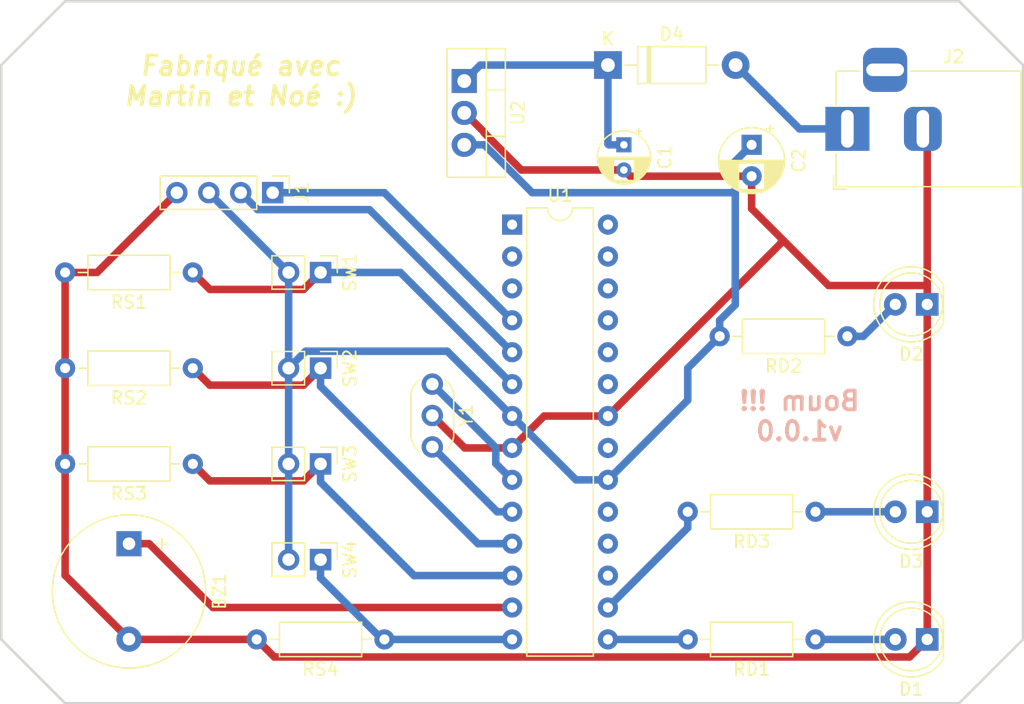
<source format=kicad_pcb>
(kicad_pcb (version 20171130) (host pcbnew "(5.0.1-3-g963ef8bb5)")

  (general
    (thickness 1.6)
    (drawings 10)
    (tracks 113)
    (zones 0)
    (modules 23)
    (nets 32)
  )

  (page A4)
  (title_block
    (title "Boum !!!")
    (date 22/01/2019)
    (rev 1.0.0)
  )

  (layers
    (0 F.Cu signal)
    (31 B.Cu signal)
    (32 B.Adhes user)
    (33 F.Adhes user)
    (34 B.Paste user)
    (35 F.Paste user)
    (36 B.SilkS user)
    (37 F.SilkS user)
    (38 B.Mask user)
    (39 F.Mask user)
    (40 Dwgs.User user)
    (41 Cmts.User user)
    (42 Eco1.User user)
    (43 Eco2.User user)
    (44 Edge.Cuts user)
    (45 Margin user)
    (46 B.CrtYd user)
    (47 F.CrtYd user)
    (48 B.Fab user)
    (49 F.Fab user)
  )

  (setup
    (last_trace_width 0.6)
    (trace_clearance 0.2)
    (zone_clearance 0.508)
    (zone_45_only no)
    (trace_min 0.2)
    (segment_width 0.2)
    (edge_width 0.2)
    (via_size 2)
    (via_drill 0.6)
    (via_min_size 0.6)
    (via_min_drill 0.5)
    (uvia_size 0.3)
    (uvia_drill 0.1)
    (uvias_allowed no)
    (uvia_min_size 0.2)
    (uvia_min_drill 0.1)
    (pcb_text_width 0.3)
    (pcb_text_size 1.5 1.5)
    (mod_edge_width 0.15)
    (mod_text_size 1 1)
    (mod_text_width 0.15)
    (pad_size 1.524 1.524)
    (pad_drill 0.762)
    (pad_to_mask_clearance 0.051)
    (solder_mask_min_width 0.25)
    (aux_axis_origin 63.5 76.2)
    (visible_elements FFFFFF7F)
    (pcbplotparams
      (layerselection 0x010fc_ffffffff)
      (usegerberextensions false)
      (usegerberattributes false)
      (usegerberadvancedattributes false)
      (creategerberjobfile false)
      (excludeedgelayer true)
      (linewidth 0.100000)
      (plotframeref false)
      (viasonmask false)
      (mode 1)
      (useauxorigin false)
      (hpglpennumber 1)
      (hpglpenspeed 20)
      (hpglpendiameter 15.000000)
      (psnegative false)
      (psa4output false)
      (plotreference true)
      (plotvalue true)
      (plotinvisibletext false)
      (padsonsilk false)
      (subtractmaskfromsilk false)
      (outputformat 1)
      (mirror false)
      (drillshape 0)
      (scaleselection 1)
      (outputdirectory "plots/"))
  )

  (net 0 "")
  (net 1 "Net-(BZ1-Pad1)")
  (net 2 GND)
  (net 3 "Net-(D1-Pad2)")
  (net 4 "Net-(D2-Pad2)")
  (net 5 "Net-(D3-Pad2)")
  (net 6 "Net-(J1-Pad1)")
  (net 7 "Net-(J1-Pad2)")
  (net 8 VCC)
  (net 9 "Net-(U1-Pad1)")
  (net 10 "Net-(U1-Pad2)")
  (net 11 "Net-(U1-Pad3)")
  (net 12 "Net-(U1-Pad17)")
  (net 13 "Net-(U1-Pad18)")
  (net 14 "Net-(U1-Pad19)")
  (net 15 "Net-(U1-Pad21)")
  (net 16 "Net-(U1-Pad9)")
  (net 17 "Net-(U1-Pad23)")
  (net 18 "Net-(U1-Pad10)")
  (net 19 "Net-(U1-Pad24)")
  (net 20 "Net-(U1-Pad25)")
  (net 21 "Net-(U1-Pad26)")
  (net 22 "Net-(U1-Pad27)")
  (net 23 "Net-(U1-Pad28)")
  (net 24 "Net-(RS2-Pad1)")
  (net 25 "Net-(RD1-Pad2)")
  (net 26 "Net-(RD3-Pad2)")
  (net 27 "Net-(RS1-Pad1)")
  (net 28 "Net-(RS3-Pad1)")
  (net 29 "Net-(RS4-Pad1)")
  (net 30 "Net-(D4-Pad2)")
  (net 31 "Net-(C1-Pad1)")

  (net_class Default "Ceci est la Netclass par défaut."
    (clearance 0.2)
    (trace_width 0.6)
    (via_dia 2)
    (via_drill 0.6)
    (uvia_dia 0.3)
    (uvia_drill 0.1)
    (diff_pair_gap 0.25)
    (diff_pair_width 0.6)
    (add_net GND)
    (add_net "Net-(BZ1-Pad1)")
    (add_net "Net-(C1-Pad1)")
    (add_net "Net-(D1-Pad2)")
    (add_net "Net-(D2-Pad2)")
    (add_net "Net-(D3-Pad2)")
    (add_net "Net-(D4-Pad2)")
    (add_net "Net-(J1-Pad1)")
    (add_net "Net-(J1-Pad2)")
    (add_net "Net-(RD1-Pad2)")
    (add_net "Net-(RD3-Pad2)")
    (add_net "Net-(RS1-Pad1)")
    (add_net "Net-(RS2-Pad1)")
    (add_net "Net-(RS3-Pad1)")
    (add_net "Net-(RS4-Pad1)")
    (add_net "Net-(U1-Pad1)")
    (add_net "Net-(U1-Pad10)")
    (add_net "Net-(U1-Pad17)")
    (add_net "Net-(U1-Pad18)")
    (add_net "Net-(U1-Pad19)")
    (add_net "Net-(U1-Pad2)")
    (add_net "Net-(U1-Pad21)")
    (add_net "Net-(U1-Pad23)")
    (add_net "Net-(U1-Pad24)")
    (add_net "Net-(U1-Pad25)")
    (add_net "Net-(U1-Pad26)")
    (add_net "Net-(U1-Pad27)")
    (add_net "Net-(U1-Pad28)")
    (add_net "Net-(U1-Pad3)")
    (add_net "Net-(U1-Pad9)")
    (add_net VCC)
  )

  (module Connector_PinHeader_2.54mm:PinHeader_1x04_P2.54mm_Vertical (layer F.Cu) (tedit 59FED5CC) (tstamp 5C475A85)
    (at 80.01 78.74 270)
    (descr "Through hole straight pin header, 1x04, 2.54mm pitch, single row")
    (tags "Through hole pin header THT 1x04 2.54mm single row")
    (path /5C467BE3)
    (fp_text reference J1 (at 0 -2.33 270) (layer F.SilkS)
      (effects (font (size 1 1) (thickness 0.15)))
    )
    (fp_text value TM1637 (at 0 9.95 270) (layer F.Fab)
      (effects (font (size 1 1) (thickness 0.15)))
    )
    (fp_text user %R (at 0 3.81) (layer F.Fab)
      (effects (font (size 1 1) (thickness 0.15)))
    )
    (fp_line (start 1.8 -1.8) (end -1.8 -1.8) (layer F.CrtYd) (width 0.05))
    (fp_line (start 1.8 9.4) (end 1.8 -1.8) (layer F.CrtYd) (width 0.05))
    (fp_line (start -1.8 9.4) (end 1.8 9.4) (layer F.CrtYd) (width 0.05))
    (fp_line (start -1.8 -1.8) (end -1.8 9.4) (layer F.CrtYd) (width 0.05))
    (fp_line (start -1.33 -1.33) (end 0 -1.33) (layer F.SilkS) (width 0.12))
    (fp_line (start -1.33 0) (end -1.33 -1.33) (layer F.SilkS) (width 0.12))
    (fp_line (start -1.33 1.27) (end 1.33 1.27) (layer F.SilkS) (width 0.12))
    (fp_line (start 1.33 1.27) (end 1.33 8.95) (layer F.SilkS) (width 0.12))
    (fp_line (start -1.33 1.27) (end -1.33 8.95) (layer F.SilkS) (width 0.12))
    (fp_line (start -1.33 8.95) (end 1.33 8.95) (layer F.SilkS) (width 0.12))
    (fp_line (start -1.27 -0.635) (end -0.635 -1.27) (layer F.Fab) (width 0.1))
    (fp_line (start -1.27 8.89) (end -1.27 -0.635) (layer F.Fab) (width 0.1))
    (fp_line (start 1.27 8.89) (end -1.27 8.89) (layer F.Fab) (width 0.1))
    (fp_line (start 1.27 -1.27) (end 1.27 8.89) (layer F.Fab) (width 0.1))
    (fp_line (start -0.635 -1.27) (end 1.27 -1.27) (layer F.Fab) (width 0.1))
    (pad 4 thru_hole oval (at 0 7.62 270) (size 1.7 1.7) (drill 1) (layers *.Cu *.Mask)
      (net 2 GND))
    (pad 3 thru_hole oval (at 0 5.08 270) (size 1.7 1.7) (drill 1) (layers *.Cu *.Mask)
      (net 8 VCC))
    (pad 2 thru_hole oval (at 0 2.54 270) (size 1.7 1.7) (drill 1) (layers *.Cu *.Mask)
      (net 7 "Net-(J1-Pad2)"))
    (pad 1 thru_hole rect (at 0 0 270) (size 1.7 1.7) (drill 1) (layers *.Cu *.Mask)
      (net 6 "Net-(J1-Pad1)"))
    (model ${KISYS3DMOD}/Connector_PinHeader_2.54mm.3dshapes/PinHeader_1x04_P2.54mm_Vertical.wrl
      (at (xyz 0 0 0))
      (scale (xyz 1 1 1))
      (rotate (xyz 0 0 0))
    )
  )

  (module Connector_PinHeader_2.54mm:PinHeader_1x02_P2.54mm_Vertical (layer F.Cu) (tedit 59FED5CC) (tstamp 5C475B7C)
    (at 83.82 92.71 270)
    (descr "Through hole straight pin header, 1x02, 2.54mm pitch, single row")
    (tags "Through hole pin header THT 1x02 2.54mm single row")
    (path /5C46EE82)
    (fp_text reference SW2 (at 0 -2.33 270) (layer F.SilkS)
      (effects (font (size 1 1) (thickness 0.15)))
    )
    (fp_text value SW_Push (at 0 4.87 270) (layer F.Fab)
      (effects (font (size 1 1) (thickness 0.15)))
    )
    (fp_text user %R (at 0 1.27) (layer F.Fab)
      (effects (font (size 1 1) (thickness 0.15)))
    )
    (fp_line (start 1.8 -1.8) (end -1.8 -1.8) (layer F.CrtYd) (width 0.05))
    (fp_line (start 1.8 4.35) (end 1.8 -1.8) (layer F.CrtYd) (width 0.05))
    (fp_line (start -1.8 4.35) (end 1.8 4.35) (layer F.CrtYd) (width 0.05))
    (fp_line (start -1.8 -1.8) (end -1.8 4.35) (layer F.CrtYd) (width 0.05))
    (fp_line (start -1.33 -1.33) (end 0 -1.33) (layer F.SilkS) (width 0.12))
    (fp_line (start -1.33 0) (end -1.33 -1.33) (layer F.SilkS) (width 0.12))
    (fp_line (start -1.33 1.27) (end 1.33 1.27) (layer F.SilkS) (width 0.12))
    (fp_line (start 1.33 1.27) (end 1.33 3.87) (layer F.SilkS) (width 0.12))
    (fp_line (start -1.33 1.27) (end -1.33 3.87) (layer F.SilkS) (width 0.12))
    (fp_line (start -1.33 3.87) (end 1.33 3.87) (layer F.SilkS) (width 0.12))
    (fp_line (start -1.27 -0.635) (end -0.635 -1.27) (layer F.Fab) (width 0.1))
    (fp_line (start -1.27 3.81) (end -1.27 -0.635) (layer F.Fab) (width 0.1))
    (fp_line (start 1.27 3.81) (end -1.27 3.81) (layer F.Fab) (width 0.1))
    (fp_line (start 1.27 -1.27) (end 1.27 3.81) (layer F.Fab) (width 0.1))
    (fp_line (start -0.635 -1.27) (end 1.27 -1.27) (layer F.Fab) (width 0.1))
    (pad 2 thru_hole oval (at 0 2.54 270) (size 1.7 1.7) (drill 1) (layers *.Cu *.Mask)
      (net 8 VCC))
    (pad 1 thru_hole rect (at 0 0 270) (size 1.7 1.7) (drill 1) (layers *.Cu *.Mask)
      (net 24 "Net-(RS2-Pad1)"))
    (model ${KISYS3DMOD}/Connector_PinHeader_2.54mm.3dshapes/PinHeader_1x02_P2.54mm_Vertical.wrl
      (at (xyz 0 0 0))
      (scale (xyz 1 1 1))
      (rotate (xyz 0 0 0))
    )
  )

  (module Connector_PinHeader_2.54mm:PinHeader_1x02_P2.54mm_Vertical (layer F.Cu) (tedit 59FED5CC) (tstamp 5C475BA7)
    (at 83.82 100.33 270)
    (descr "Through hole straight pin header, 1x02, 2.54mm pitch, single row")
    (tags "Through hole pin header THT 1x02 2.54mm single row")
    (path /5C470516)
    (fp_text reference SW3 (at 0 -2.33 270) (layer F.SilkS)
      (effects (font (size 1 1) (thickness 0.15)))
    )
    (fp_text value SW_Push (at 0 4.87 270) (layer F.Fab)
      (effects (font (size 1 1) (thickness 0.15)))
    )
    (fp_text user %R (at 0 1.27) (layer F.Fab)
      (effects (font (size 1 1) (thickness 0.15)))
    )
    (fp_line (start 1.8 -1.8) (end -1.8 -1.8) (layer F.CrtYd) (width 0.05))
    (fp_line (start 1.8 4.35) (end 1.8 -1.8) (layer F.CrtYd) (width 0.05))
    (fp_line (start -1.8 4.35) (end 1.8 4.35) (layer F.CrtYd) (width 0.05))
    (fp_line (start -1.8 -1.8) (end -1.8 4.35) (layer F.CrtYd) (width 0.05))
    (fp_line (start -1.33 -1.33) (end 0 -1.33) (layer F.SilkS) (width 0.12))
    (fp_line (start -1.33 0) (end -1.33 -1.33) (layer F.SilkS) (width 0.12))
    (fp_line (start -1.33 1.27) (end 1.33 1.27) (layer F.SilkS) (width 0.12))
    (fp_line (start 1.33 1.27) (end 1.33 3.87) (layer F.SilkS) (width 0.12))
    (fp_line (start -1.33 1.27) (end -1.33 3.87) (layer F.SilkS) (width 0.12))
    (fp_line (start -1.33 3.87) (end 1.33 3.87) (layer F.SilkS) (width 0.12))
    (fp_line (start -1.27 -0.635) (end -0.635 -1.27) (layer F.Fab) (width 0.1))
    (fp_line (start -1.27 3.81) (end -1.27 -0.635) (layer F.Fab) (width 0.1))
    (fp_line (start 1.27 3.81) (end -1.27 3.81) (layer F.Fab) (width 0.1))
    (fp_line (start 1.27 -1.27) (end 1.27 3.81) (layer F.Fab) (width 0.1))
    (fp_line (start -0.635 -1.27) (end 1.27 -1.27) (layer F.Fab) (width 0.1))
    (pad 2 thru_hole oval (at 0 2.54 270) (size 1.7 1.7) (drill 1) (layers *.Cu *.Mask)
      (net 8 VCC))
    (pad 1 thru_hole rect (at 0 0 270) (size 1.7 1.7) (drill 1) (layers *.Cu *.Mask)
      (net 28 "Net-(RS3-Pad1)"))
    (model ${KISYS3DMOD}/Connector_PinHeader_2.54mm.3dshapes/PinHeader_1x02_P2.54mm_Vertical.wrl
      (at (xyz 0 0 0))
      (scale (xyz 1 1 1))
      (rotate (xyz 0 0 0))
    )
  )

  (module Connector_PinHeader_2.54mm:PinHeader_1x02_P2.54mm_Vertical (layer F.Cu) (tedit 59FED5CC) (tstamp 5C475BD2)
    (at 83.82 107.95 270)
    (descr "Through hole straight pin header, 1x02, 2.54mm pitch, single row")
    (tags "Through hole pin header THT 1x02 2.54mm single row")
    (path /5C471B65)
    (fp_text reference SW4 (at 0 -2.33 270) (layer F.SilkS)
      (effects (font (size 1 1) (thickness 0.15)))
    )
    (fp_text value SW_Push (at 0 4.87 270) (layer F.Fab)
      (effects (font (size 1 1) (thickness 0.15)))
    )
    (fp_text user %R (at 0 1.27) (layer F.Fab)
      (effects (font (size 1 1) (thickness 0.15)))
    )
    (fp_line (start 1.8 -1.8) (end -1.8 -1.8) (layer F.CrtYd) (width 0.05))
    (fp_line (start 1.8 4.35) (end 1.8 -1.8) (layer F.CrtYd) (width 0.05))
    (fp_line (start -1.8 4.35) (end 1.8 4.35) (layer F.CrtYd) (width 0.05))
    (fp_line (start -1.8 -1.8) (end -1.8 4.35) (layer F.CrtYd) (width 0.05))
    (fp_line (start -1.33 -1.33) (end 0 -1.33) (layer F.SilkS) (width 0.12))
    (fp_line (start -1.33 0) (end -1.33 -1.33) (layer F.SilkS) (width 0.12))
    (fp_line (start -1.33 1.27) (end 1.33 1.27) (layer F.SilkS) (width 0.12))
    (fp_line (start 1.33 1.27) (end 1.33 3.87) (layer F.SilkS) (width 0.12))
    (fp_line (start -1.33 1.27) (end -1.33 3.87) (layer F.SilkS) (width 0.12))
    (fp_line (start -1.33 3.87) (end 1.33 3.87) (layer F.SilkS) (width 0.12))
    (fp_line (start -1.27 -0.635) (end -0.635 -1.27) (layer F.Fab) (width 0.1))
    (fp_line (start -1.27 3.81) (end -1.27 -0.635) (layer F.Fab) (width 0.1))
    (fp_line (start 1.27 3.81) (end -1.27 3.81) (layer F.Fab) (width 0.1))
    (fp_line (start 1.27 -1.27) (end 1.27 3.81) (layer F.Fab) (width 0.1))
    (fp_line (start -0.635 -1.27) (end 1.27 -1.27) (layer F.Fab) (width 0.1))
    (pad 2 thru_hole oval (at 0 2.54 270) (size 1.7 1.7) (drill 1) (layers *.Cu *.Mask)
      (net 8 VCC))
    (pad 1 thru_hole rect (at 0 0 270) (size 1.7 1.7) (drill 1) (layers *.Cu *.Mask)
      (net 29 "Net-(RS4-Pad1)"))
    (model ${KISYS3DMOD}/Connector_PinHeader_2.54mm.3dshapes/PinHeader_1x02_P2.54mm_Vertical.wrl
      (at (xyz 0 0 0))
      (scale (xyz 1 1 1))
      (rotate (xyz 0 0 0))
    )
  )

  (module Connector_PinHeader_2.54mm:PinHeader_1x02_P2.54mm_Vertical (layer F.Cu) (tedit 59FED5CC) (tstamp 5C475B51)
    (at 83.82 85.09 270)
    (descr "Through hole straight pin header, 1x02, 2.54mm pitch, single row")
    (tags "Through hole pin header THT 1x02 2.54mm single row")
    (path /5C46ED31)
    (fp_text reference SW1 (at 0 -2.33 270) (layer F.SilkS)
      (effects (font (size 1 1) (thickness 0.15)))
    )
    (fp_text value SW_Push (at 0 4.87 270) (layer F.Fab)
      (effects (font (size 1 1) (thickness 0.15)))
    )
    (fp_text user %R (at 0 1.27) (layer F.Fab)
      (effects (font (size 1 1) (thickness 0.15)))
    )
    (fp_line (start 1.8 -1.8) (end -1.8 -1.8) (layer F.CrtYd) (width 0.05))
    (fp_line (start 1.8 4.35) (end 1.8 -1.8) (layer F.CrtYd) (width 0.05))
    (fp_line (start -1.8 4.35) (end 1.8 4.35) (layer F.CrtYd) (width 0.05))
    (fp_line (start -1.8 -1.8) (end -1.8 4.35) (layer F.CrtYd) (width 0.05))
    (fp_line (start -1.33 -1.33) (end 0 -1.33) (layer F.SilkS) (width 0.12))
    (fp_line (start -1.33 0) (end -1.33 -1.33) (layer F.SilkS) (width 0.12))
    (fp_line (start -1.33 1.27) (end 1.33 1.27) (layer F.SilkS) (width 0.12))
    (fp_line (start 1.33 1.27) (end 1.33 3.87) (layer F.SilkS) (width 0.12))
    (fp_line (start -1.33 1.27) (end -1.33 3.87) (layer F.SilkS) (width 0.12))
    (fp_line (start -1.33 3.87) (end 1.33 3.87) (layer F.SilkS) (width 0.12))
    (fp_line (start -1.27 -0.635) (end -0.635 -1.27) (layer F.Fab) (width 0.1))
    (fp_line (start -1.27 3.81) (end -1.27 -0.635) (layer F.Fab) (width 0.1))
    (fp_line (start 1.27 3.81) (end -1.27 3.81) (layer F.Fab) (width 0.1))
    (fp_line (start 1.27 -1.27) (end 1.27 3.81) (layer F.Fab) (width 0.1))
    (fp_line (start -0.635 -1.27) (end 1.27 -1.27) (layer F.Fab) (width 0.1))
    (pad 2 thru_hole oval (at 0 2.54 270) (size 1.7 1.7) (drill 1) (layers *.Cu *.Mask)
      (net 8 VCC))
    (pad 1 thru_hole rect (at 0 0 270) (size 1.7 1.7) (drill 1) (layers *.Cu *.Mask)
      (net 27 "Net-(RS1-Pad1)"))
    (model ${KISYS3DMOD}/Connector_PinHeader_2.54mm.3dshapes/PinHeader_1x02_P2.54mm_Vertical.wrl
      (at (xyz 0 0 0))
      (scale (xyz 1 1 1))
      (rotate (xyz 0 0 0))
    )
  )

  (module Resistor_THT:R_Axial_DIN0207_L6.3mm_D2.5mm_P10.16mm_Horizontal (layer F.Cu) (tedit 5AE5139B) (tstamp 5C47AFE8)
    (at 88.9 114.3 180)
    (descr "Resistor, Axial_DIN0207 series, Axial, Horizontal, pin pitch=10.16mm, 0.25W = 1/4W, length*diameter=6.3*2.5mm^2, http://cdn-reichelt.de/documents/datenblatt/B400/1_4W%23YAG.pdf")
    (tags "Resistor Axial_DIN0207 series Axial Horizontal pin pitch 10.16mm 0.25W = 1/4W length 6.3mm diameter 2.5mm")
    (path /5C476AC6)
    (fp_text reference RS4 (at 5.08 -2.37 180) (layer F.SilkS)
      (effects (font (size 1 1) (thickness 0.15)))
    )
    (fp_text value 10K (at 5.08 2.37 180) (layer F.Fab)
      (effects (font (size 1 1) (thickness 0.15)))
    )
    (fp_line (start 1.93 -1.25) (end 1.93 1.25) (layer F.Fab) (width 0.1))
    (fp_line (start 1.93 1.25) (end 8.23 1.25) (layer F.Fab) (width 0.1))
    (fp_line (start 8.23 1.25) (end 8.23 -1.25) (layer F.Fab) (width 0.1))
    (fp_line (start 8.23 -1.25) (end 1.93 -1.25) (layer F.Fab) (width 0.1))
    (fp_line (start 0 0) (end 1.93 0) (layer F.Fab) (width 0.1))
    (fp_line (start 10.16 0) (end 8.23 0) (layer F.Fab) (width 0.1))
    (fp_line (start 1.81 -1.37) (end 1.81 1.37) (layer F.SilkS) (width 0.12))
    (fp_line (start 1.81 1.37) (end 8.35 1.37) (layer F.SilkS) (width 0.12))
    (fp_line (start 8.35 1.37) (end 8.35 -1.37) (layer F.SilkS) (width 0.12))
    (fp_line (start 8.35 -1.37) (end 1.81 -1.37) (layer F.SilkS) (width 0.12))
    (fp_line (start 1.04 0) (end 1.81 0) (layer F.SilkS) (width 0.12))
    (fp_line (start 9.12 0) (end 8.35 0) (layer F.SilkS) (width 0.12))
    (fp_line (start -1.05 -1.5) (end -1.05 1.5) (layer F.CrtYd) (width 0.05))
    (fp_line (start -1.05 1.5) (end 11.21 1.5) (layer F.CrtYd) (width 0.05))
    (fp_line (start 11.21 1.5) (end 11.21 -1.5) (layer F.CrtYd) (width 0.05))
    (fp_line (start 11.21 -1.5) (end -1.05 -1.5) (layer F.CrtYd) (width 0.05))
    (fp_text user %R (at 5.08 0 180) (layer F.Fab)
      (effects (font (size 1 1) (thickness 0.15)))
    )
    (pad 1 thru_hole circle (at 0 0 180) (size 1.6 1.6) (drill 0.8) (layers *.Cu *.Mask)
      (net 29 "Net-(RS4-Pad1)"))
    (pad 2 thru_hole oval (at 10.16 0 180) (size 1.6 1.6) (drill 0.8) (layers *.Cu *.Mask)
      (net 2 GND))
    (model ${KISYS3DMOD}/Resistor_THT.3dshapes/R_Axial_DIN0207_L6.3mm_D2.5mm_P10.16mm_Horizontal.wrl
      (at (xyz 0 0 0))
      (scale (xyz 1 1 1))
      (rotate (xyz 0 0 0))
    )
  )

  (module Resistor_THT:R_Axial_DIN0207_L6.3mm_D2.5mm_P10.16mm_Horizontal (layer F.Cu) (tedit 5AE5139B) (tstamp 5C47AFD1)
    (at 73.66 100.33 180)
    (descr "Resistor, Axial_DIN0207 series, Axial, Horizontal, pin pitch=10.16mm, 0.25W = 1/4W, length*diameter=6.3*2.5mm^2, http://cdn-reichelt.de/documents/datenblatt/B400/1_4W%23YAG.pdf")
    (tags "Resistor Axial_DIN0207 series Axial Horizontal pin pitch 10.16mm 0.25W = 1/4W length 6.3mm diameter 2.5mm")
    (path /5C46E2E8)
    (fp_text reference RS3 (at 5.08 -2.37 180) (layer F.SilkS)
      (effects (font (size 1 1) (thickness 0.15)))
    )
    (fp_text value 10K (at 5.08 2.37 180) (layer F.Fab)
      (effects (font (size 1 1) (thickness 0.15)))
    )
    (fp_text user %R (at 5.08 0 180) (layer F.Fab)
      (effects (font (size 1 1) (thickness 0.15)))
    )
    (fp_line (start 11.21 -1.5) (end -1.05 -1.5) (layer F.CrtYd) (width 0.05))
    (fp_line (start 11.21 1.5) (end 11.21 -1.5) (layer F.CrtYd) (width 0.05))
    (fp_line (start -1.05 1.5) (end 11.21 1.5) (layer F.CrtYd) (width 0.05))
    (fp_line (start -1.05 -1.5) (end -1.05 1.5) (layer F.CrtYd) (width 0.05))
    (fp_line (start 9.12 0) (end 8.35 0) (layer F.SilkS) (width 0.12))
    (fp_line (start 1.04 0) (end 1.81 0) (layer F.SilkS) (width 0.12))
    (fp_line (start 8.35 -1.37) (end 1.81 -1.37) (layer F.SilkS) (width 0.12))
    (fp_line (start 8.35 1.37) (end 8.35 -1.37) (layer F.SilkS) (width 0.12))
    (fp_line (start 1.81 1.37) (end 8.35 1.37) (layer F.SilkS) (width 0.12))
    (fp_line (start 1.81 -1.37) (end 1.81 1.37) (layer F.SilkS) (width 0.12))
    (fp_line (start 10.16 0) (end 8.23 0) (layer F.Fab) (width 0.1))
    (fp_line (start 0 0) (end 1.93 0) (layer F.Fab) (width 0.1))
    (fp_line (start 8.23 -1.25) (end 1.93 -1.25) (layer F.Fab) (width 0.1))
    (fp_line (start 8.23 1.25) (end 8.23 -1.25) (layer F.Fab) (width 0.1))
    (fp_line (start 1.93 1.25) (end 8.23 1.25) (layer F.Fab) (width 0.1))
    (fp_line (start 1.93 -1.25) (end 1.93 1.25) (layer F.Fab) (width 0.1))
    (pad 2 thru_hole oval (at 10.16 0 180) (size 1.6 1.6) (drill 0.8) (layers *.Cu *.Mask)
      (net 2 GND))
    (pad 1 thru_hole circle (at 0 0 180) (size 1.6 1.6) (drill 0.8) (layers *.Cu *.Mask)
      (net 28 "Net-(RS3-Pad1)"))
    (model ${KISYS3DMOD}/Resistor_THT.3dshapes/R_Axial_DIN0207_L6.3mm_D2.5mm_P10.16mm_Horizontal.wrl
      (at (xyz 0 0 0))
      (scale (xyz 1 1 1))
      (rotate (xyz 0 0 0))
    )
  )

  (module Resistor_THT:R_Axial_DIN0207_L6.3mm_D2.5mm_P10.16mm_Horizontal (layer F.Cu) (tedit 5AE5139B) (tstamp 5C47AFA4)
    (at 73.66 85.09 180)
    (descr "Resistor, Axial_DIN0207 series, Axial, Horizontal, pin pitch=10.16mm, 0.25W = 1/4W, length*diameter=6.3*2.5mm^2, http://cdn-reichelt.de/documents/datenblatt/B400/1_4W%23YAG.pdf")
    (tags "Resistor Axial_DIN0207 series Axial Horizontal pin pitch 10.16mm 0.25W = 1/4W length 6.3mm diameter 2.5mm")
    (path /5C4698E5)
    (fp_text reference RS1 (at 5.08 -2.37 180) (layer F.SilkS)
      (effects (font (size 1 1) (thickness 0.15)))
    )
    (fp_text value 10K (at 5.08 2.37 180) (layer F.Fab)
      (effects (font (size 1 1) (thickness 0.15)))
    )
    (fp_line (start 1.93 -1.25) (end 1.93 1.25) (layer F.Fab) (width 0.1))
    (fp_line (start 1.93 1.25) (end 8.23 1.25) (layer F.Fab) (width 0.1))
    (fp_line (start 8.23 1.25) (end 8.23 -1.25) (layer F.Fab) (width 0.1))
    (fp_line (start 8.23 -1.25) (end 1.93 -1.25) (layer F.Fab) (width 0.1))
    (fp_line (start 0 0) (end 1.93 0) (layer F.Fab) (width 0.1))
    (fp_line (start 10.16 0) (end 8.23 0) (layer F.Fab) (width 0.1))
    (fp_line (start 1.81 -1.37) (end 1.81 1.37) (layer F.SilkS) (width 0.12))
    (fp_line (start 1.81 1.37) (end 8.35 1.37) (layer F.SilkS) (width 0.12))
    (fp_line (start 8.35 1.37) (end 8.35 -1.37) (layer F.SilkS) (width 0.12))
    (fp_line (start 8.35 -1.37) (end 1.81 -1.37) (layer F.SilkS) (width 0.12))
    (fp_line (start 1.04 0) (end 1.81 0) (layer F.SilkS) (width 0.12))
    (fp_line (start 9.12 0) (end 8.35 0) (layer F.SilkS) (width 0.12))
    (fp_line (start -1.05 -1.5) (end -1.05 1.5) (layer F.CrtYd) (width 0.05))
    (fp_line (start -1.05 1.5) (end 11.21 1.5) (layer F.CrtYd) (width 0.05))
    (fp_line (start 11.21 1.5) (end 11.21 -1.5) (layer F.CrtYd) (width 0.05))
    (fp_line (start 11.21 -1.5) (end -1.05 -1.5) (layer F.CrtYd) (width 0.05))
    (fp_text user %R (at 5.08 0 180) (layer F.Fab)
      (effects (font (size 1 1) (thickness 0.15)))
    )
    (pad 1 thru_hole circle (at 0 0 180) (size 1.6 1.6) (drill 0.8) (layers *.Cu *.Mask)
      (net 27 "Net-(RS1-Pad1)"))
    (pad 2 thru_hole oval (at 10.16 0 180) (size 1.6 1.6) (drill 0.8) (layers *.Cu *.Mask)
      (net 2 GND))
    (model ${KISYS3DMOD}/Resistor_THT.3dshapes/R_Axial_DIN0207_L6.3mm_D2.5mm_P10.16mm_Horizontal.wrl
      (at (xyz 0 0 0))
      (scale (xyz 1 1 1))
      (rotate (xyz 0 0 0))
    )
  )

  (module Resistor_THT:R_Axial_DIN0207_L6.3mm_D2.5mm_P10.16mm_Horizontal (layer F.Cu) (tedit 5AE5139B) (tstamp 5C47AF8D)
    (at 123.19 104.14 180)
    (descr "Resistor, Axial_DIN0207 series, Axial, Horizontal, pin pitch=10.16mm, 0.25W = 1/4W, length*diameter=6.3*2.5mm^2, http://cdn-reichelt.de/documents/datenblatt/B400/1_4W%23YAG.pdf")
    (tags "Resistor Axial_DIN0207 series Axial Horizontal pin pitch 10.16mm 0.25W = 1/4W length 6.3mm diameter 2.5mm")
    (path /5C48DF11)
    (fp_text reference RD3 (at 5.08 -2.37 180) (layer F.SilkS)
      (effects (font (size 1 1) (thickness 0.15)))
    )
    (fp_text value 220 (at 5.08 2.37 180) (layer F.Fab)
      (effects (font (size 1 1) (thickness 0.15)))
    )
    (fp_text user %R (at 5.08 0 180) (layer F.Fab)
      (effects (font (size 1 1) (thickness 0.15)))
    )
    (fp_line (start 11.21 -1.5) (end -1.05 -1.5) (layer F.CrtYd) (width 0.05))
    (fp_line (start 11.21 1.5) (end 11.21 -1.5) (layer F.CrtYd) (width 0.05))
    (fp_line (start -1.05 1.5) (end 11.21 1.5) (layer F.CrtYd) (width 0.05))
    (fp_line (start -1.05 -1.5) (end -1.05 1.5) (layer F.CrtYd) (width 0.05))
    (fp_line (start 9.12 0) (end 8.35 0) (layer F.SilkS) (width 0.12))
    (fp_line (start 1.04 0) (end 1.81 0) (layer F.SilkS) (width 0.12))
    (fp_line (start 8.35 -1.37) (end 1.81 -1.37) (layer F.SilkS) (width 0.12))
    (fp_line (start 8.35 1.37) (end 8.35 -1.37) (layer F.SilkS) (width 0.12))
    (fp_line (start 1.81 1.37) (end 8.35 1.37) (layer F.SilkS) (width 0.12))
    (fp_line (start 1.81 -1.37) (end 1.81 1.37) (layer F.SilkS) (width 0.12))
    (fp_line (start 10.16 0) (end 8.23 0) (layer F.Fab) (width 0.1))
    (fp_line (start 0 0) (end 1.93 0) (layer F.Fab) (width 0.1))
    (fp_line (start 8.23 -1.25) (end 1.93 -1.25) (layer F.Fab) (width 0.1))
    (fp_line (start 8.23 1.25) (end 8.23 -1.25) (layer F.Fab) (width 0.1))
    (fp_line (start 1.93 1.25) (end 8.23 1.25) (layer F.Fab) (width 0.1))
    (fp_line (start 1.93 -1.25) (end 1.93 1.25) (layer F.Fab) (width 0.1))
    (pad 2 thru_hole oval (at 10.16 0 180) (size 1.6 1.6) (drill 0.8) (layers *.Cu *.Mask)
      (net 26 "Net-(RD3-Pad2)"))
    (pad 1 thru_hole circle (at 0 0 180) (size 1.6 1.6) (drill 0.8) (layers *.Cu *.Mask)
      (net 5 "Net-(D3-Pad2)"))
    (model ${KISYS3DMOD}/Resistor_THT.3dshapes/R_Axial_DIN0207_L6.3mm_D2.5mm_P10.16mm_Horizontal.wrl
      (at (xyz 0 0 0))
      (scale (xyz 1 1 1))
      (rotate (xyz 0 0 0))
    )
  )

  (module Resistor_THT:R_Axial_DIN0207_L6.3mm_D2.5mm_P10.16mm_Horizontal (layer F.Cu) (tedit 5AE5139B) (tstamp 5C47AF4A)
    (at 123.19 114.3 180)
    (descr "Resistor, Axial_DIN0207 series, Axial, Horizontal, pin pitch=10.16mm, 0.25W = 1/4W, length*diameter=6.3*2.5mm^2, http://cdn-reichelt.de/documents/datenblatt/B400/1_4W%23YAG.pdf")
    (tags "Resistor Axial_DIN0207 series Axial Horizontal pin pitch 10.16mm 0.25W = 1/4W length 6.3mm diameter 2.5mm")
    (path /5C4659EB)
    (fp_text reference RD1 (at 5.08 -2.37 180) (layer F.SilkS)
      (effects (font (size 1 1) (thickness 0.15)))
    )
    (fp_text value 220 (at 5.08 2.37 180) (layer F.Fab)
      (effects (font (size 1 1) (thickness 0.15)))
    )
    (fp_line (start 1.93 -1.25) (end 1.93 1.25) (layer F.Fab) (width 0.1))
    (fp_line (start 1.93 1.25) (end 8.23 1.25) (layer F.Fab) (width 0.1))
    (fp_line (start 8.23 1.25) (end 8.23 -1.25) (layer F.Fab) (width 0.1))
    (fp_line (start 8.23 -1.25) (end 1.93 -1.25) (layer F.Fab) (width 0.1))
    (fp_line (start 0 0) (end 1.93 0) (layer F.Fab) (width 0.1))
    (fp_line (start 10.16 0) (end 8.23 0) (layer F.Fab) (width 0.1))
    (fp_line (start 1.81 -1.37) (end 1.81 1.37) (layer F.SilkS) (width 0.12))
    (fp_line (start 1.81 1.37) (end 8.35 1.37) (layer F.SilkS) (width 0.12))
    (fp_line (start 8.35 1.37) (end 8.35 -1.37) (layer F.SilkS) (width 0.12))
    (fp_line (start 8.35 -1.37) (end 1.81 -1.37) (layer F.SilkS) (width 0.12))
    (fp_line (start 1.04 0) (end 1.81 0) (layer F.SilkS) (width 0.12))
    (fp_line (start 9.12 0) (end 8.35 0) (layer F.SilkS) (width 0.12))
    (fp_line (start -1.05 -1.5) (end -1.05 1.5) (layer F.CrtYd) (width 0.05))
    (fp_line (start -1.05 1.5) (end 11.21 1.5) (layer F.CrtYd) (width 0.05))
    (fp_line (start 11.21 1.5) (end 11.21 -1.5) (layer F.CrtYd) (width 0.05))
    (fp_line (start 11.21 -1.5) (end -1.05 -1.5) (layer F.CrtYd) (width 0.05))
    (fp_text user %R (at 5.08 0 180) (layer F.Fab)
      (effects (font (size 1 1) (thickness 0.15)))
    )
    (pad 1 thru_hole circle (at 0 0 180) (size 1.6 1.6) (drill 0.8) (layers *.Cu *.Mask)
      (net 3 "Net-(D1-Pad2)"))
    (pad 2 thru_hole oval (at 10.16 0 180) (size 1.6 1.6) (drill 0.8) (layers *.Cu *.Mask)
      (net 25 "Net-(RD1-Pad2)"))
    (model ${KISYS3DMOD}/Resistor_THT.3dshapes/R_Axial_DIN0207_L6.3mm_D2.5mm_P10.16mm_Horizontal.wrl
      (at (xyz 0 0 0))
      (scale (xyz 1 1 1))
      (rotate (xyz 0 0 0))
    )
  )

  (module Resistor_THT:R_Axial_DIN0207_L6.3mm_D2.5mm_P10.16mm_Horizontal (layer F.Cu) (tedit 5AE5139B) (tstamp 5C47A817)
    (at 73.66 92.71 180)
    (descr "Resistor, Axial_DIN0207 series, Axial, Horizontal, pin pitch=10.16mm, 0.25W = 1/4W, length*diameter=6.3*2.5mm^2, http://cdn-reichelt.de/documents/datenblatt/B400/1_4W%23YAG.pdf")
    (tags "Resistor Axial_DIN0207 series Axial Horizontal pin pitch 10.16mm 0.25W = 1/4W length 6.3mm diameter 2.5mm")
    (path /5C46BF24)
    (fp_text reference RS2 (at 5.08 -2.37 180) (layer F.SilkS)
      (effects (font (size 1 1) (thickness 0.15)))
    )
    (fp_text value 10K (at 5.08 2.37 180) (layer F.Fab)
      (effects (font (size 1 1) (thickness 0.15)))
    )
    (fp_text user %R (at 5.08 0 180) (layer F.Fab)
      (effects (font (size 1 1) (thickness 0.15)))
    )
    (fp_line (start 11.21 -1.5) (end -1.05 -1.5) (layer F.CrtYd) (width 0.05))
    (fp_line (start 11.21 1.5) (end 11.21 -1.5) (layer F.CrtYd) (width 0.05))
    (fp_line (start -1.05 1.5) (end 11.21 1.5) (layer F.CrtYd) (width 0.05))
    (fp_line (start -1.05 -1.5) (end -1.05 1.5) (layer F.CrtYd) (width 0.05))
    (fp_line (start 9.12 0) (end 8.35 0) (layer F.SilkS) (width 0.12))
    (fp_line (start 1.04 0) (end 1.81 0) (layer F.SilkS) (width 0.12))
    (fp_line (start 8.35 -1.37) (end 1.81 -1.37) (layer F.SilkS) (width 0.12))
    (fp_line (start 8.35 1.37) (end 8.35 -1.37) (layer F.SilkS) (width 0.12))
    (fp_line (start 1.81 1.37) (end 8.35 1.37) (layer F.SilkS) (width 0.12))
    (fp_line (start 1.81 -1.37) (end 1.81 1.37) (layer F.SilkS) (width 0.12))
    (fp_line (start 10.16 0) (end 8.23 0) (layer F.Fab) (width 0.1))
    (fp_line (start 0 0) (end 1.93 0) (layer F.Fab) (width 0.1))
    (fp_line (start 8.23 -1.25) (end 1.93 -1.25) (layer F.Fab) (width 0.1))
    (fp_line (start 8.23 1.25) (end 8.23 -1.25) (layer F.Fab) (width 0.1))
    (fp_line (start 1.93 1.25) (end 8.23 1.25) (layer F.Fab) (width 0.1))
    (fp_line (start 1.93 -1.25) (end 1.93 1.25) (layer F.Fab) (width 0.1))
    (pad 2 thru_hole oval (at 10.16 0 180) (size 1.6 1.6) (drill 0.8) (layers *.Cu *.Mask)
      (net 2 GND))
    (pad 1 thru_hole circle (at 0 0 180) (size 1.6 1.6) (drill 0.8) (layers *.Cu *.Mask)
      (net 24 "Net-(RS2-Pad1)"))
    (model ${KISYS3DMOD}/Resistor_THT.3dshapes/R_Axial_DIN0207_L6.3mm_D2.5mm_P10.16mm_Horizontal.wrl
      (at (xyz 0 0 0))
      (scale (xyz 1 1 1))
      (rotate (xyz 0 0 0))
    )
  )

  (module Resistor_THT:R_Axial_DIN0207_L6.3mm_D2.5mm_P10.16mm_Horizontal (layer F.Cu) (tedit 5AE5139B) (tstamp 5C47A800)
    (at 125.73 90.17 180)
    (descr "Resistor, Axial_DIN0207 series, Axial, Horizontal, pin pitch=10.16mm, 0.25W = 1/4W, length*diameter=6.3*2.5mm^2, http://cdn-reichelt.de/documents/datenblatt/B400/1_4W%23YAG.pdf")
    (tags "Resistor Axial_DIN0207 series Axial Horizontal pin pitch 10.16mm 0.25W = 1/4W length 6.3mm diameter 2.5mm")
    (path /5C47491B)
    (fp_text reference RD2 (at 5.08 -2.37 180) (layer F.SilkS)
      (effects (font (size 1 1) (thickness 0.15)))
    )
    (fp_text value 220 (at 5.08 2.37 180) (layer F.Fab)
      (effects (font (size 1 1) (thickness 0.15)))
    )
    (fp_line (start 1.93 -1.25) (end 1.93 1.25) (layer F.Fab) (width 0.1))
    (fp_line (start 1.93 1.25) (end 8.23 1.25) (layer F.Fab) (width 0.1))
    (fp_line (start 8.23 1.25) (end 8.23 -1.25) (layer F.Fab) (width 0.1))
    (fp_line (start 8.23 -1.25) (end 1.93 -1.25) (layer F.Fab) (width 0.1))
    (fp_line (start 0 0) (end 1.93 0) (layer F.Fab) (width 0.1))
    (fp_line (start 10.16 0) (end 8.23 0) (layer F.Fab) (width 0.1))
    (fp_line (start 1.81 -1.37) (end 1.81 1.37) (layer F.SilkS) (width 0.12))
    (fp_line (start 1.81 1.37) (end 8.35 1.37) (layer F.SilkS) (width 0.12))
    (fp_line (start 8.35 1.37) (end 8.35 -1.37) (layer F.SilkS) (width 0.12))
    (fp_line (start 8.35 -1.37) (end 1.81 -1.37) (layer F.SilkS) (width 0.12))
    (fp_line (start 1.04 0) (end 1.81 0) (layer F.SilkS) (width 0.12))
    (fp_line (start 9.12 0) (end 8.35 0) (layer F.SilkS) (width 0.12))
    (fp_line (start -1.05 -1.5) (end -1.05 1.5) (layer F.CrtYd) (width 0.05))
    (fp_line (start -1.05 1.5) (end 11.21 1.5) (layer F.CrtYd) (width 0.05))
    (fp_line (start 11.21 1.5) (end 11.21 -1.5) (layer F.CrtYd) (width 0.05))
    (fp_line (start 11.21 -1.5) (end -1.05 -1.5) (layer F.CrtYd) (width 0.05))
    (fp_text user %R (at 5.08 0 180) (layer F.Fab)
      (effects (font (size 1 1) (thickness 0.15)))
    )
    (pad 1 thru_hole circle (at 0 0 180) (size 1.6 1.6) (drill 0.8) (layers *.Cu *.Mask)
      (net 4 "Net-(D2-Pad2)"))
    (pad 2 thru_hole oval (at 10.16 0 180) (size 1.6 1.6) (drill 0.8) (layers *.Cu *.Mask)
      (net 8 VCC))
    (model ${KISYS3DMOD}/Resistor_THT.3dshapes/R_Axial_DIN0207_L6.3mm_D2.5mm_P10.16mm_Horizontal.wrl
      (at (xyz 0 0 0))
      (scale (xyz 1 1 1))
      (rotate (xyz 0 0 0))
    )
  )

  (module Buzzer_Beeper:Buzzer_12x9.5RM7.6 (layer F.Cu) (tedit 5A030281) (tstamp 5C475A0E)
    (at 68.58 106.68 270)
    (descr "Generic Buzzer, D12mm height 9.5mm with RM7.6mm")
    (tags buzzer)
    (path /5C47253A)
    (fp_text reference BZ1 (at 3.8 -7.2 270) (layer F.SilkS)
      (effects (font (size 1 1) (thickness 0.15)))
    )
    (fp_text value Buzzer (at 3.8 7.4 270) (layer F.Fab)
      (effects (font (size 1 1) (thickness 0.15)))
    )
    (fp_text user + (at -0.01 -2.54 270) (layer F.Fab)
      (effects (font (size 1 1) (thickness 0.15)))
    )
    (fp_text user + (at -0.01 -2.54 270) (layer F.SilkS)
      (effects (font (size 1 1) (thickness 0.15)))
    )
    (fp_text user %R (at 3.8 -4 270) (layer F.Fab)
      (effects (font (size 1 1) (thickness 0.15)))
    )
    (fp_circle (center 3.8 0) (end 10.05 0) (layer F.CrtYd) (width 0.05))
    (fp_circle (center 3.8 0) (end 9.8 0) (layer F.Fab) (width 0.1))
    (fp_circle (center 3.8 0) (end 4.8 0) (layer F.Fab) (width 0.1))
    (fp_circle (center 3.8 0) (end 9.9 0) (layer F.SilkS) (width 0.12))
    (pad 1 thru_hole rect (at 0 0 270) (size 2 2) (drill 1) (layers *.Cu *.Mask)
      (net 1 "Net-(BZ1-Pad1)"))
    (pad 2 thru_hole circle (at 7.6 0 270) (size 2 2) (drill 1) (layers *.Cu *.Mask)
      (net 2 GND))
    (model ${KISYS3DMOD}/Buzzer_Beeper.3dshapes/Buzzer_12x9.5RM7.6.wrl
      (at (xyz 0 0 0))
      (scale (xyz 1 1 1))
      (rotate (xyz 0 0 0))
    )
  )

  (module LED_THT:LED_D5.0mm (layer F.Cu) (tedit 5995936A) (tstamp 5C475A20)
    (at 132.08 114.3 180)
    (descr "LED, diameter 5.0mm, 2 pins, http://cdn-reichelt.de/documents/datenblatt/A500/LL-504BC2E-009.pdf")
    (tags "LED diameter 5.0mm 2 pins")
    (path /5C465B01)
    (fp_text reference D1 (at 1.27 -3.96 180) (layer F.SilkS)
      (effects (font (size 1 1) (thickness 0.15)))
    )
    (fp_text value LED (at 1.27 3.96 180) (layer F.Fab)
      (effects (font (size 1 1) (thickness 0.15)))
    )
    (fp_text user %R (at 1.25 0 180) (layer F.Fab)
      (effects (font (size 0.8 0.8) (thickness 0.2)))
    )
    (fp_line (start 4.5 -3.25) (end -1.95 -3.25) (layer F.CrtYd) (width 0.05))
    (fp_line (start 4.5 3.25) (end 4.5 -3.25) (layer F.CrtYd) (width 0.05))
    (fp_line (start -1.95 3.25) (end 4.5 3.25) (layer F.CrtYd) (width 0.05))
    (fp_line (start -1.95 -3.25) (end -1.95 3.25) (layer F.CrtYd) (width 0.05))
    (fp_line (start -1.29 -1.545) (end -1.29 1.545) (layer F.SilkS) (width 0.12))
    (fp_line (start -1.23 -1.469694) (end -1.23 1.469694) (layer F.Fab) (width 0.1))
    (fp_circle (center 1.27 0) (end 3.77 0) (layer F.SilkS) (width 0.12))
    (fp_circle (center 1.27 0) (end 3.77 0) (layer F.Fab) (width 0.1))
    (fp_arc (start 1.27 0) (end -1.29 1.54483) (angle -148.9) (layer F.SilkS) (width 0.12))
    (fp_arc (start 1.27 0) (end -1.29 -1.54483) (angle 148.9) (layer F.SilkS) (width 0.12))
    (fp_arc (start 1.27 0) (end -1.23 -1.469694) (angle 299.1) (layer F.Fab) (width 0.1))
    (pad 2 thru_hole circle (at 2.54 0 180) (size 1.8 1.8) (drill 0.9) (layers *.Cu *.Mask)
      (net 3 "Net-(D1-Pad2)"))
    (pad 1 thru_hole rect (at 0 0 180) (size 1.8 1.8) (drill 0.9) (layers *.Cu *.Mask)
      (net 2 GND))
    (model ${KISYS3DMOD}/LED_THT.3dshapes/LED_D5.0mm.wrl
      (at (xyz 0 0 0))
      (scale (xyz 1 1 1))
      (rotate (xyz 0 0 0))
    )
  )

  (module LED_THT:LED_D5.0mm (layer F.Cu) (tedit 5995936A) (tstamp 5C475A32)
    (at 132.08 87.63 180)
    (descr "LED, diameter 5.0mm, 2 pins, http://cdn-reichelt.de/documents/datenblatt/A500/LL-504BC2E-009.pdf")
    (tags "LED diameter 5.0mm 2 pins")
    (path /5C474922)
    (fp_text reference D2 (at 1.27 -3.96 180) (layer F.SilkS)
      (effects (font (size 1 1) (thickness 0.15)))
    )
    (fp_text value LED (at 1.27 3.96 180) (layer F.Fab)
      (effects (font (size 1 1) (thickness 0.15)))
    )
    (fp_arc (start 1.27 0) (end -1.23 -1.469694) (angle 299.1) (layer F.Fab) (width 0.1))
    (fp_arc (start 1.27 0) (end -1.29 -1.54483) (angle 148.9) (layer F.SilkS) (width 0.12))
    (fp_arc (start 1.27 0) (end -1.29 1.54483) (angle -148.9) (layer F.SilkS) (width 0.12))
    (fp_circle (center 1.27 0) (end 3.77 0) (layer F.Fab) (width 0.1))
    (fp_circle (center 1.27 0) (end 3.77 0) (layer F.SilkS) (width 0.12))
    (fp_line (start -1.23 -1.469694) (end -1.23 1.469694) (layer F.Fab) (width 0.1))
    (fp_line (start -1.29 -1.545) (end -1.29 1.545) (layer F.SilkS) (width 0.12))
    (fp_line (start -1.95 -3.25) (end -1.95 3.25) (layer F.CrtYd) (width 0.05))
    (fp_line (start -1.95 3.25) (end 4.5 3.25) (layer F.CrtYd) (width 0.05))
    (fp_line (start 4.5 3.25) (end 4.5 -3.25) (layer F.CrtYd) (width 0.05))
    (fp_line (start 4.5 -3.25) (end -1.95 -3.25) (layer F.CrtYd) (width 0.05))
    (fp_text user %R (at 1.25 0 180) (layer F.Fab)
      (effects (font (size 0.8 0.8) (thickness 0.2)))
    )
    (pad 1 thru_hole rect (at 0 0 180) (size 1.8 1.8) (drill 0.9) (layers *.Cu *.Mask)
      (net 2 GND))
    (pad 2 thru_hole circle (at 2.54 0 180) (size 1.8 1.8) (drill 0.9) (layers *.Cu *.Mask)
      (net 4 "Net-(D2-Pad2)"))
    (model ${KISYS3DMOD}/LED_THT.3dshapes/LED_D5.0mm.wrl
      (at (xyz 0 0 0))
      (scale (xyz 1 1 1))
      (rotate (xyz 0 0 0))
    )
  )

  (module LED_THT:LED_D5.0mm (layer F.Cu) (tedit 5995936A) (tstamp 5C475A44)
    (at 132.08 104.14 180)
    (descr "LED, diameter 5.0mm, 2 pins, http://cdn-reichelt.de/documents/datenblatt/A500/LL-504BC2E-009.pdf")
    (tags "LED diameter 5.0mm 2 pins")
    (path /5C48DF18)
    (fp_text reference D3 (at 1.27 -3.96 180) (layer F.SilkS)
      (effects (font (size 1 1) (thickness 0.15)))
    )
    (fp_text value LED (at 1.27 3.96 180) (layer F.Fab)
      (effects (font (size 1 1) (thickness 0.15)))
    )
    (fp_arc (start 1.27 0) (end -1.23 -1.469694) (angle 299.1) (layer F.Fab) (width 0.1))
    (fp_arc (start 1.27 0) (end -1.29 -1.54483) (angle 148.9) (layer F.SilkS) (width 0.12))
    (fp_arc (start 1.27 0) (end -1.29 1.54483) (angle -148.9) (layer F.SilkS) (width 0.12))
    (fp_circle (center 1.27 0) (end 3.77 0) (layer F.Fab) (width 0.1))
    (fp_circle (center 1.27 0) (end 3.77 0) (layer F.SilkS) (width 0.12))
    (fp_line (start -1.23 -1.469694) (end -1.23 1.469694) (layer F.Fab) (width 0.1))
    (fp_line (start -1.29 -1.545) (end -1.29 1.545) (layer F.SilkS) (width 0.12))
    (fp_line (start -1.95 -3.25) (end -1.95 3.25) (layer F.CrtYd) (width 0.05))
    (fp_line (start -1.95 3.25) (end 4.5 3.25) (layer F.CrtYd) (width 0.05))
    (fp_line (start 4.5 3.25) (end 4.5 -3.25) (layer F.CrtYd) (width 0.05))
    (fp_line (start 4.5 -3.25) (end -1.95 -3.25) (layer F.CrtYd) (width 0.05))
    (fp_text user %R (at 1.25 0 180) (layer F.Fab)
      (effects (font (size 0.8 0.8) (thickness 0.2)))
    )
    (pad 1 thru_hole rect (at 0 0 180) (size 1.8 1.8) (drill 0.9) (layers *.Cu *.Mask)
      (net 2 GND))
    (pad 2 thru_hole circle (at 2.54 0 180) (size 1.8 1.8) (drill 0.9) (layers *.Cu *.Mask)
      (net 5 "Net-(D3-Pad2)"))
    (model ${KISYS3DMOD}/LED_THT.3dshapes/LED_D5.0mm.wrl
      (at (xyz 0 0 0))
      (scale (xyz 1 1 1))
      (rotate (xyz 0 0 0))
    )
  )

  (module Package_DIP:DIP-28_W7.62mm (layer F.Cu) (tedit 5A02E8C5) (tstamp 5C475C02)
    (at 99.06 81.28)
    (descr "28-lead though-hole mounted DIP package, row spacing 7.62 mm (300 mils)")
    (tags "THT DIP DIL PDIP 2.54mm 7.62mm 300mil")
    (path /5C46560C)
    (fp_text reference U1 (at 3.81 -2.33) (layer F.SilkS)
      (effects (font (size 1 1) (thickness 0.15)))
    )
    (fp_text value ATmega328P-PU (at 3.81 35.35) (layer F.Fab)
      (effects (font (size 1 1) (thickness 0.15)))
    )
    (fp_arc (start 3.81 -1.33) (end 2.81 -1.33) (angle -180) (layer F.SilkS) (width 0.12))
    (fp_line (start 1.635 -1.27) (end 6.985 -1.27) (layer F.Fab) (width 0.1))
    (fp_line (start 6.985 -1.27) (end 6.985 34.29) (layer F.Fab) (width 0.1))
    (fp_line (start 6.985 34.29) (end 0.635 34.29) (layer F.Fab) (width 0.1))
    (fp_line (start 0.635 34.29) (end 0.635 -0.27) (layer F.Fab) (width 0.1))
    (fp_line (start 0.635 -0.27) (end 1.635 -1.27) (layer F.Fab) (width 0.1))
    (fp_line (start 2.81 -1.33) (end 1.16 -1.33) (layer F.SilkS) (width 0.12))
    (fp_line (start 1.16 -1.33) (end 1.16 34.35) (layer F.SilkS) (width 0.12))
    (fp_line (start 1.16 34.35) (end 6.46 34.35) (layer F.SilkS) (width 0.12))
    (fp_line (start 6.46 34.35) (end 6.46 -1.33) (layer F.SilkS) (width 0.12))
    (fp_line (start 6.46 -1.33) (end 4.81 -1.33) (layer F.SilkS) (width 0.12))
    (fp_line (start -1.1 -1.55) (end -1.1 34.55) (layer F.CrtYd) (width 0.05))
    (fp_line (start -1.1 34.55) (end 8.7 34.55) (layer F.CrtYd) (width 0.05))
    (fp_line (start 8.7 34.55) (end 8.7 -1.55) (layer F.CrtYd) (width 0.05))
    (fp_line (start 8.7 -1.55) (end -1.1 -1.55) (layer F.CrtYd) (width 0.05))
    (fp_text user %R (at 3.81 16.51) (layer F.Fab)
      (effects (font (size 1 1) (thickness 0.15)))
    )
    (pad 1 thru_hole rect (at 0 0) (size 1.6 1.6) (drill 0.8) (layers *.Cu *.Mask)
      (net 9 "Net-(U1-Pad1)"))
    (pad 15 thru_hole oval (at 7.62 33.02) (size 1.6 1.6) (drill 0.8) (layers *.Cu *.Mask)
      (net 25 "Net-(RD1-Pad2)"))
    (pad 2 thru_hole oval (at 0 2.54) (size 1.6 1.6) (drill 0.8) (layers *.Cu *.Mask)
      (net 10 "Net-(U1-Pad2)"))
    (pad 16 thru_hole oval (at 7.62 30.48) (size 1.6 1.6) (drill 0.8) (layers *.Cu *.Mask)
      (net 26 "Net-(RD3-Pad2)"))
    (pad 3 thru_hole oval (at 0 5.08) (size 1.6 1.6) (drill 0.8) (layers *.Cu *.Mask)
      (net 11 "Net-(U1-Pad3)"))
    (pad 17 thru_hole oval (at 7.62 27.94) (size 1.6 1.6) (drill 0.8) (layers *.Cu *.Mask)
      (net 12 "Net-(U1-Pad17)"))
    (pad 4 thru_hole oval (at 0 7.62) (size 1.6 1.6) (drill 0.8) (layers *.Cu *.Mask)
      (net 6 "Net-(J1-Pad1)"))
    (pad 18 thru_hole oval (at 7.62 25.4) (size 1.6 1.6) (drill 0.8) (layers *.Cu *.Mask)
      (net 13 "Net-(U1-Pad18)"))
    (pad 5 thru_hole oval (at 0 10.16) (size 1.6 1.6) (drill 0.8) (layers *.Cu *.Mask)
      (net 7 "Net-(J1-Pad2)"))
    (pad 19 thru_hole oval (at 7.62 22.86) (size 1.6 1.6) (drill 0.8) (layers *.Cu *.Mask)
      (net 14 "Net-(U1-Pad19)"))
    (pad 6 thru_hole oval (at 0 12.7) (size 1.6 1.6) (drill 0.8) (layers *.Cu *.Mask)
      (net 27 "Net-(RS1-Pad1)"))
    (pad 20 thru_hole oval (at 7.62 20.32) (size 1.6 1.6) (drill 0.8) (layers *.Cu *.Mask)
      (net 8 VCC))
    (pad 7 thru_hole oval (at 0 15.24) (size 1.6 1.6) (drill 0.8) (layers *.Cu *.Mask)
      (net 8 VCC))
    (pad 21 thru_hole oval (at 7.62 17.78) (size 1.6 1.6) (drill 0.8) (layers *.Cu *.Mask)
      (net 15 "Net-(U1-Pad21)"))
    (pad 8 thru_hole oval (at 0 17.78) (size 1.6 1.6) (drill 0.8) (layers *.Cu *.Mask)
      (net 2 GND))
    (pad 22 thru_hole oval (at 7.62 15.24) (size 1.6 1.6) (drill 0.8) (layers *.Cu *.Mask)
      (net 2 GND))
    (pad 9 thru_hole oval (at 0 20.32) (size 1.6 1.6) (drill 0.8) (layers *.Cu *.Mask)
      (net 16 "Net-(U1-Pad9)"))
    (pad 23 thru_hole oval (at 7.62 12.7) (size 1.6 1.6) (drill 0.8) (layers *.Cu *.Mask)
      (net 17 "Net-(U1-Pad23)"))
    (pad 10 thru_hole oval (at 0 22.86) (size 1.6 1.6) (drill 0.8) (layers *.Cu *.Mask)
      (net 18 "Net-(U1-Pad10)"))
    (pad 24 thru_hole oval (at 7.62 10.16) (size 1.6 1.6) (drill 0.8) (layers *.Cu *.Mask)
      (net 19 "Net-(U1-Pad24)"))
    (pad 11 thru_hole oval (at 0 25.4) (size 1.6 1.6) (drill 0.8) (layers *.Cu *.Mask)
      (net 24 "Net-(RS2-Pad1)"))
    (pad 25 thru_hole oval (at 7.62 7.62) (size 1.6 1.6) (drill 0.8) (layers *.Cu *.Mask)
      (net 20 "Net-(U1-Pad25)"))
    (pad 12 thru_hole oval (at 0 27.94) (size 1.6 1.6) (drill 0.8) (layers *.Cu *.Mask)
      (net 28 "Net-(RS3-Pad1)"))
    (pad 26 thru_hole oval (at 7.62 5.08) (size 1.6 1.6) (drill 0.8) (layers *.Cu *.Mask)
      (net 21 "Net-(U1-Pad26)"))
    (pad 13 thru_hole oval (at 0 30.48) (size 1.6 1.6) (drill 0.8) (layers *.Cu *.Mask)
      (net 1 "Net-(BZ1-Pad1)"))
    (pad 27 thru_hole oval (at 7.62 2.54) (size 1.6 1.6) (drill 0.8) (layers *.Cu *.Mask)
      (net 22 "Net-(U1-Pad27)"))
    (pad 14 thru_hole oval (at 0 33.02) (size 1.6 1.6) (drill 0.8) (layers *.Cu *.Mask)
      (net 29 "Net-(RS4-Pad1)"))
    (pad 28 thru_hole oval (at 7.62 0) (size 1.6 1.6) (drill 0.8) (layers *.Cu *.Mask)
      (net 23 "Net-(U1-Pad28)"))
    (model ${KISYS3DMOD}/Package_DIP.3dshapes/DIP-28_W7.62mm.wrl
      (at (xyz 0 0 0))
      (scale (xyz 1 1 1))
      (rotate (xyz 0 0 0))
    )
  )

  (module Crystal:Resonator-3Pin_W6.0mm_H3.0mm (layer F.Cu) (tedit 5A0FD1B2) (tstamp 5C475C1C)
    (at 92.71 93.98 270)
    (descr "Ceramic Resomator/Filter 6.0x3.0mm^2, length*width=6.0x3.0mm^2 package, package length=6.0mm, package width=3.0mm, 3 pins")
    (tags "THT ceramic resonator filter")
    (path /5C465E5A)
    (fp_text reference Y1 (at 2.5 -2.7 270) (layer F.SilkS)
      (effects (font (size 1 1) (thickness 0.15)))
    )
    (fp_text value "Resonator 16Mhz" (at 2.5 2.7 270) (layer F.Fab)
      (effects (font (size 1 1) (thickness 0.15)))
    )
    (fp_text user %R (at 2.5 0 270) (layer F.Fab)
      (effects (font (size 1 1) (thickness 0.15)))
    )
    (fp_line (start 1 -1.5) (end 4 -1.5) (layer F.Fab) (width 0.1))
    (fp_line (start 1 1.5) (end 4 1.5) (layer F.Fab) (width 0.1))
    (fp_line (start 1 -1.5) (end 4 -1.5) (layer F.Fab) (width 0.1))
    (fp_line (start 1 1.5) (end 4 1.5) (layer F.Fab) (width 0.1))
    (fp_line (start 1 -1.7) (end 4 -1.7) (layer F.SilkS) (width 0.12))
    (fp_line (start 1 1.7) (end 4 1.7) (layer F.SilkS) (width 0.12))
    (fp_line (start -1.1 -2) (end -1.1 2) (layer F.CrtYd) (width 0.05))
    (fp_line (start -1.1 2) (end 6 2) (layer F.CrtYd) (width 0.05))
    (fp_line (start 6 2) (end 6 -2) (layer F.CrtYd) (width 0.05))
    (fp_line (start 6 -2) (end -1.1 -2) (layer F.CrtYd) (width 0.05))
    (fp_arc (start 1 0) (end 1 -1.5) (angle -180) (layer F.Fab) (width 0.1))
    (fp_arc (start 4 0) (end 4 -1.5) (angle 180) (layer F.Fab) (width 0.1))
    (fp_arc (start 1 0) (end 1 -1.5) (angle -180) (layer F.Fab) (width 0.1))
    (fp_arc (start 4 0) (end 4 -1.5) (angle 180) (layer F.Fab) (width 0.1))
    (fp_arc (start 1 0) (end 1 -1.7) (angle -51.9) (layer F.SilkS) (width 0.12))
    (fp_arc (start 4 0) (end 4 -1.7) (angle 51.9) (layer F.SilkS) (width 0.12))
    (fp_arc (start 1 0) (end 1 1.7) (angle 51.9) (layer F.SilkS) (width 0.12))
    (fp_arc (start 4 0) (end 4 1.7) (angle -51.9) (layer F.SilkS) (width 0.12))
    (pad 1 thru_hole circle (at 0 0 270) (size 1.7 1.7) (drill 1) (layers *.Cu *.Mask)
      (net 16 "Net-(U1-Pad9)"))
    (pad 2 thru_hole circle (at 2.5 0 270) (size 1.7 1.7) (drill 1) (layers *.Cu *.Mask)
      (net 2 GND))
    (pad 3 thru_hole circle (at 5 0 270) (size 1.7 1.7) (drill 1) (layers *.Cu *.Mask)
      (net 18 "Net-(U1-Pad10)"))
    (model ${KISYS3DMOD}/Crystal.3dshapes/Resonator-3Pin_W6.0mm_H3.0mm.wrl
      (at (xyz 0 0 0))
      (scale (xyz 1 1 1))
      (rotate (xyz 0 0 0))
    )
  )

  (module Diode_THT:D_DO-41_SOD81_P10.16mm_Horizontal (layer F.Cu) (tedit 5AE50CD5) (tstamp 5C5623B3)
    (at 106.68 68.58)
    (descr "Diode, DO-41_SOD81 series, Axial, Horizontal, pin pitch=10.16mm, , length*diameter=5.2*2.7mm^2, , http://www.diodes.com/_files/packages/DO-41%20(Plastic).pdf")
    (tags "Diode DO-41_SOD81 series Axial Horizontal pin pitch 10.16mm  length 5.2mm diameter 2.7mm")
    (path /5C49BB59)
    (fp_text reference D4 (at 5.08 -2.47) (layer F.SilkS)
      (effects (font (size 1 1) (thickness 0.15)))
    )
    (fp_text value 1N4007 (at 5.08 2.47) (layer F.Fab)
      (effects (font (size 1 1) (thickness 0.15)))
    )
    (fp_line (start 2.48 -1.35) (end 2.48 1.35) (layer F.Fab) (width 0.1))
    (fp_line (start 2.48 1.35) (end 7.68 1.35) (layer F.Fab) (width 0.1))
    (fp_line (start 7.68 1.35) (end 7.68 -1.35) (layer F.Fab) (width 0.1))
    (fp_line (start 7.68 -1.35) (end 2.48 -1.35) (layer F.Fab) (width 0.1))
    (fp_line (start 0 0) (end 2.48 0) (layer F.Fab) (width 0.1))
    (fp_line (start 10.16 0) (end 7.68 0) (layer F.Fab) (width 0.1))
    (fp_line (start 3.26 -1.35) (end 3.26 1.35) (layer F.Fab) (width 0.1))
    (fp_line (start 3.36 -1.35) (end 3.36 1.35) (layer F.Fab) (width 0.1))
    (fp_line (start 3.16 -1.35) (end 3.16 1.35) (layer F.Fab) (width 0.1))
    (fp_line (start 2.36 -1.47) (end 2.36 1.47) (layer F.SilkS) (width 0.12))
    (fp_line (start 2.36 1.47) (end 7.8 1.47) (layer F.SilkS) (width 0.12))
    (fp_line (start 7.8 1.47) (end 7.8 -1.47) (layer F.SilkS) (width 0.12))
    (fp_line (start 7.8 -1.47) (end 2.36 -1.47) (layer F.SilkS) (width 0.12))
    (fp_line (start 1.34 0) (end 2.36 0) (layer F.SilkS) (width 0.12))
    (fp_line (start 8.82 0) (end 7.8 0) (layer F.SilkS) (width 0.12))
    (fp_line (start 3.26 -1.47) (end 3.26 1.47) (layer F.SilkS) (width 0.12))
    (fp_line (start 3.38 -1.47) (end 3.38 1.47) (layer F.SilkS) (width 0.12))
    (fp_line (start 3.14 -1.47) (end 3.14 1.47) (layer F.SilkS) (width 0.12))
    (fp_line (start -1.35 -1.6) (end -1.35 1.6) (layer F.CrtYd) (width 0.05))
    (fp_line (start -1.35 1.6) (end 11.51 1.6) (layer F.CrtYd) (width 0.05))
    (fp_line (start 11.51 1.6) (end 11.51 -1.6) (layer F.CrtYd) (width 0.05))
    (fp_line (start 11.51 -1.6) (end -1.35 -1.6) (layer F.CrtYd) (width 0.05))
    (fp_text user %R (at 5.47 0) (layer F.Fab)
      (effects (font (size 1 1) (thickness 0.15)))
    )
    (fp_text user K (at 0 -2.1) (layer F.Fab)
      (effects (font (size 1 1) (thickness 0.15)))
    )
    (fp_text user K (at 0 -2.1) (layer F.SilkS)
      (effects (font (size 1 1) (thickness 0.15)))
    )
    (pad 1 thru_hole rect (at 0 0) (size 2.2 2.2) (drill 1.1) (layers *.Cu *.Mask)
      (net 31 "Net-(C1-Pad1)"))
    (pad 2 thru_hole oval (at 10.16 0) (size 2.2 2.2) (drill 1.1) (layers *.Cu *.Mask)
      (net 30 "Net-(D4-Pad2)"))
    (model ${KISYS3DMOD}/Diode_THT.3dshapes/D_DO-41_SOD81_P10.16mm_Horizontal.wrl
      (at (xyz 0 0 0))
      (scale (xyz 1 1 1))
      (rotate (xyz 0 0 0))
    )
  )

  (module Package_TO_SOT_THT:TO-220-3_Vertical (layer F.Cu) (tedit 5AC8BA0D) (tstamp 5C5623CD)
    (at 95.25 69.85 270)
    (descr "TO-220-3, Vertical, RM 2.54mm, see https://www.vishay.com/docs/66542/to-220-1.pdf")
    (tags "TO-220-3 Vertical RM 2.54mm")
    (path /5C49B0D9)
    (fp_text reference U2 (at 2.54 -4.27 270) (layer F.SilkS)
      (effects (font (size 1 1) (thickness 0.15)))
    )
    (fp_text value LM7805_TO220 (at 2.54 2.5 270) (layer F.Fab)
      (effects (font (size 1 1) (thickness 0.15)))
    )
    (fp_line (start -2.46 -3.15) (end -2.46 1.25) (layer F.Fab) (width 0.1))
    (fp_line (start -2.46 1.25) (end 7.54 1.25) (layer F.Fab) (width 0.1))
    (fp_line (start 7.54 1.25) (end 7.54 -3.15) (layer F.Fab) (width 0.1))
    (fp_line (start 7.54 -3.15) (end -2.46 -3.15) (layer F.Fab) (width 0.1))
    (fp_line (start -2.46 -1.88) (end 7.54 -1.88) (layer F.Fab) (width 0.1))
    (fp_line (start 0.69 -3.15) (end 0.69 -1.88) (layer F.Fab) (width 0.1))
    (fp_line (start 4.39 -3.15) (end 4.39 -1.88) (layer F.Fab) (width 0.1))
    (fp_line (start -2.58 -3.27) (end 7.66 -3.27) (layer F.SilkS) (width 0.12))
    (fp_line (start -2.58 1.371) (end 7.66 1.371) (layer F.SilkS) (width 0.12))
    (fp_line (start -2.58 -3.27) (end -2.58 1.371) (layer F.SilkS) (width 0.12))
    (fp_line (start 7.66 -3.27) (end 7.66 1.371) (layer F.SilkS) (width 0.12))
    (fp_line (start -2.58 -1.76) (end 7.66 -1.76) (layer F.SilkS) (width 0.12))
    (fp_line (start 0.69 -3.27) (end 0.69 -1.76) (layer F.SilkS) (width 0.12))
    (fp_line (start 4.391 -3.27) (end 4.391 -1.76) (layer F.SilkS) (width 0.12))
    (fp_line (start -2.71 -3.4) (end -2.71 1.51) (layer F.CrtYd) (width 0.05))
    (fp_line (start -2.71 1.51) (end 7.79 1.51) (layer F.CrtYd) (width 0.05))
    (fp_line (start 7.79 1.51) (end 7.79 -3.4) (layer F.CrtYd) (width 0.05))
    (fp_line (start 7.79 -3.4) (end -2.71 -3.4) (layer F.CrtYd) (width 0.05))
    (fp_text user %R (at 2.54 -4.27 270) (layer F.Fab)
      (effects (font (size 1 1) (thickness 0.15)))
    )
    (pad 1 thru_hole rect (at 0 0 270) (size 1.905 2) (drill 1.1) (layers *.Cu *.Mask)
      (net 31 "Net-(C1-Pad1)"))
    (pad 2 thru_hole oval (at 2.54 0 270) (size 1.905 2) (drill 1.1) (layers *.Cu *.Mask)
      (net 2 GND))
    (pad 3 thru_hole oval (at 5.08 0 270) (size 1.905 2) (drill 1.1) (layers *.Cu *.Mask)
      (net 8 VCC))
    (model ${KISYS3DMOD}/Package_TO_SOT_THT.3dshapes/TO-220-3_Vertical.wrl
      (at (xyz 0 0 0))
      (scale (xyz 1 1 1))
      (rotate (xyz 0 0 0))
    )
  )

  (module Connector_BarrelJack:BarrelJack_Horizontal (layer F.Cu) (tedit 5A1DBF6A) (tstamp 5C5627F2)
    (at 125.73 73.66 180)
    (descr "DC Barrel Jack")
    (tags "Power Jack")
    (path /5C4F3512)
    (fp_text reference J2 (at -8.45 5.75 180) (layer F.SilkS)
      (effects (font (size 1 1) (thickness 0.15)))
    )
    (fp_text value Jack-DC (at -6.2 -5.5 180) (layer F.Fab)
      (effects (font (size 1 1) (thickness 0.15)))
    )
    (fp_text user %R (at -3 -2.95 180) (layer F.Fab)
      (effects (font (size 1 1) (thickness 0.15)))
    )
    (fp_line (start -0.003213 -4.505425) (end 0.8 -3.75) (layer F.Fab) (width 0.1))
    (fp_line (start 1.1 -3.75) (end 1.1 -4.8) (layer F.SilkS) (width 0.12))
    (fp_line (start 0.05 -4.8) (end 1.1 -4.8) (layer F.SilkS) (width 0.12))
    (fp_line (start 1 -4.5) (end 1 -4.75) (layer F.CrtYd) (width 0.05))
    (fp_line (start 1 -4.75) (end -14 -4.75) (layer F.CrtYd) (width 0.05))
    (fp_line (start 1 -4.5) (end 1 -2) (layer F.CrtYd) (width 0.05))
    (fp_line (start 1 -2) (end 2 -2) (layer F.CrtYd) (width 0.05))
    (fp_line (start 2 -2) (end 2 2) (layer F.CrtYd) (width 0.05))
    (fp_line (start 2 2) (end 1 2) (layer F.CrtYd) (width 0.05))
    (fp_line (start 1 2) (end 1 4.75) (layer F.CrtYd) (width 0.05))
    (fp_line (start 1 4.75) (end -1 4.75) (layer F.CrtYd) (width 0.05))
    (fp_line (start -1 4.75) (end -1 6.75) (layer F.CrtYd) (width 0.05))
    (fp_line (start -1 6.75) (end -5 6.75) (layer F.CrtYd) (width 0.05))
    (fp_line (start -5 6.75) (end -5 4.75) (layer F.CrtYd) (width 0.05))
    (fp_line (start -5 4.75) (end -14 4.75) (layer F.CrtYd) (width 0.05))
    (fp_line (start -14 4.75) (end -14 -4.75) (layer F.CrtYd) (width 0.05))
    (fp_line (start -5 4.6) (end -13.8 4.6) (layer F.SilkS) (width 0.12))
    (fp_line (start -13.8 4.6) (end -13.8 -4.6) (layer F.SilkS) (width 0.12))
    (fp_line (start 0.9 1.9) (end 0.9 4.6) (layer F.SilkS) (width 0.12))
    (fp_line (start 0.9 4.6) (end -1 4.6) (layer F.SilkS) (width 0.12))
    (fp_line (start -13.8 -4.6) (end 0.9 -4.6) (layer F.SilkS) (width 0.12))
    (fp_line (start 0.9 -4.6) (end 0.9 -2) (layer F.SilkS) (width 0.12))
    (fp_line (start -10.2 -4.5) (end -10.2 4.5) (layer F.Fab) (width 0.1))
    (fp_line (start -13.7 -4.5) (end -13.7 4.5) (layer F.Fab) (width 0.1))
    (fp_line (start -13.7 4.5) (end 0.8 4.5) (layer F.Fab) (width 0.1))
    (fp_line (start 0.8 4.5) (end 0.8 -3.75) (layer F.Fab) (width 0.1))
    (fp_line (start 0 -4.5) (end -13.7 -4.5) (layer F.Fab) (width 0.1))
    (pad 1 thru_hole rect (at 0 0 180) (size 3.5 3.5) (drill oval 1 3) (layers *.Cu *.Mask)
      (net 30 "Net-(D4-Pad2)"))
    (pad 2 thru_hole roundrect (at -6 0 180) (size 3 3.5) (drill oval 1 3) (layers *.Cu *.Mask) (roundrect_rratio 0.25)
      (net 2 GND))
    (pad 3 thru_hole roundrect (at -3 4.7 180) (size 3.5 3.5) (drill oval 3 1) (layers *.Cu *.Mask) (roundrect_rratio 0.25))
    (model ${KISYS3DMOD}/Connector_BarrelJack.3dshapes/BarrelJack_Horizontal.wrl
      (at (xyz 0 0 0))
      (scale (xyz 1 1 1))
      (rotate (xyz 0 0 0))
    )
  )

  (module Capacitor_THT:CP_Radial_D4.0mm_P2.00mm (layer F.Cu) (tedit 5AE50EF0) (tstamp 5C62985F)
    (at 107.95 74.93 270)
    (descr "CP, Radial series, Radial, pin pitch=2.00mm, , diameter=4mm, Electrolytic Capacitor")
    (tags "CP Radial series Radial pin pitch 2.00mm  diameter 4mm Electrolytic Capacitor")
    (path /5C49C2EE)
    (fp_text reference C1 (at 1 -3.25 270) (layer F.SilkS)
      (effects (font (size 1 1) (thickness 0.15)))
    )
    (fp_text value 100uF (at 1 3.25 270) (layer F.Fab)
      (effects (font (size 1 1) (thickness 0.15)))
    )
    (fp_circle (center 1 0) (end 3 0) (layer F.Fab) (width 0.1))
    (fp_circle (center 1 0) (end 3.12 0) (layer F.SilkS) (width 0.12))
    (fp_circle (center 1 0) (end 3.25 0) (layer F.CrtYd) (width 0.05))
    (fp_line (start -0.702554 -0.8675) (end -0.302554 -0.8675) (layer F.Fab) (width 0.1))
    (fp_line (start -0.502554 -1.0675) (end -0.502554 -0.6675) (layer F.Fab) (width 0.1))
    (fp_line (start 1 -2.08) (end 1 2.08) (layer F.SilkS) (width 0.12))
    (fp_line (start 1.04 -2.08) (end 1.04 2.08) (layer F.SilkS) (width 0.12))
    (fp_line (start 1.08 -2.079) (end 1.08 2.079) (layer F.SilkS) (width 0.12))
    (fp_line (start 1.12 -2.077) (end 1.12 2.077) (layer F.SilkS) (width 0.12))
    (fp_line (start 1.16 -2.074) (end 1.16 2.074) (layer F.SilkS) (width 0.12))
    (fp_line (start 1.2 -2.071) (end 1.2 -0.84) (layer F.SilkS) (width 0.12))
    (fp_line (start 1.2 0.84) (end 1.2 2.071) (layer F.SilkS) (width 0.12))
    (fp_line (start 1.24 -2.067) (end 1.24 -0.84) (layer F.SilkS) (width 0.12))
    (fp_line (start 1.24 0.84) (end 1.24 2.067) (layer F.SilkS) (width 0.12))
    (fp_line (start 1.28 -2.062) (end 1.28 -0.84) (layer F.SilkS) (width 0.12))
    (fp_line (start 1.28 0.84) (end 1.28 2.062) (layer F.SilkS) (width 0.12))
    (fp_line (start 1.32 -2.056) (end 1.32 -0.84) (layer F.SilkS) (width 0.12))
    (fp_line (start 1.32 0.84) (end 1.32 2.056) (layer F.SilkS) (width 0.12))
    (fp_line (start 1.36 -2.05) (end 1.36 -0.84) (layer F.SilkS) (width 0.12))
    (fp_line (start 1.36 0.84) (end 1.36 2.05) (layer F.SilkS) (width 0.12))
    (fp_line (start 1.4 -2.042) (end 1.4 -0.84) (layer F.SilkS) (width 0.12))
    (fp_line (start 1.4 0.84) (end 1.4 2.042) (layer F.SilkS) (width 0.12))
    (fp_line (start 1.44 -2.034) (end 1.44 -0.84) (layer F.SilkS) (width 0.12))
    (fp_line (start 1.44 0.84) (end 1.44 2.034) (layer F.SilkS) (width 0.12))
    (fp_line (start 1.48 -2.025) (end 1.48 -0.84) (layer F.SilkS) (width 0.12))
    (fp_line (start 1.48 0.84) (end 1.48 2.025) (layer F.SilkS) (width 0.12))
    (fp_line (start 1.52 -2.016) (end 1.52 -0.84) (layer F.SilkS) (width 0.12))
    (fp_line (start 1.52 0.84) (end 1.52 2.016) (layer F.SilkS) (width 0.12))
    (fp_line (start 1.56 -2.005) (end 1.56 -0.84) (layer F.SilkS) (width 0.12))
    (fp_line (start 1.56 0.84) (end 1.56 2.005) (layer F.SilkS) (width 0.12))
    (fp_line (start 1.6 -1.994) (end 1.6 -0.84) (layer F.SilkS) (width 0.12))
    (fp_line (start 1.6 0.84) (end 1.6 1.994) (layer F.SilkS) (width 0.12))
    (fp_line (start 1.64 -1.982) (end 1.64 -0.84) (layer F.SilkS) (width 0.12))
    (fp_line (start 1.64 0.84) (end 1.64 1.982) (layer F.SilkS) (width 0.12))
    (fp_line (start 1.68 -1.968) (end 1.68 -0.84) (layer F.SilkS) (width 0.12))
    (fp_line (start 1.68 0.84) (end 1.68 1.968) (layer F.SilkS) (width 0.12))
    (fp_line (start 1.721 -1.954) (end 1.721 -0.84) (layer F.SilkS) (width 0.12))
    (fp_line (start 1.721 0.84) (end 1.721 1.954) (layer F.SilkS) (width 0.12))
    (fp_line (start 1.761 -1.94) (end 1.761 -0.84) (layer F.SilkS) (width 0.12))
    (fp_line (start 1.761 0.84) (end 1.761 1.94) (layer F.SilkS) (width 0.12))
    (fp_line (start 1.801 -1.924) (end 1.801 -0.84) (layer F.SilkS) (width 0.12))
    (fp_line (start 1.801 0.84) (end 1.801 1.924) (layer F.SilkS) (width 0.12))
    (fp_line (start 1.841 -1.907) (end 1.841 -0.84) (layer F.SilkS) (width 0.12))
    (fp_line (start 1.841 0.84) (end 1.841 1.907) (layer F.SilkS) (width 0.12))
    (fp_line (start 1.881 -1.889) (end 1.881 -0.84) (layer F.SilkS) (width 0.12))
    (fp_line (start 1.881 0.84) (end 1.881 1.889) (layer F.SilkS) (width 0.12))
    (fp_line (start 1.921 -1.87) (end 1.921 -0.84) (layer F.SilkS) (width 0.12))
    (fp_line (start 1.921 0.84) (end 1.921 1.87) (layer F.SilkS) (width 0.12))
    (fp_line (start 1.961 -1.851) (end 1.961 -0.84) (layer F.SilkS) (width 0.12))
    (fp_line (start 1.961 0.84) (end 1.961 1.851) (layer F.SilkS) (width 0.12))
    (fp_line (start 2.001 -1.83) (end 2.001 -0.84) (layer F.SilkS) (width 0.12))
    (fp_line (start 2.001 0.84) (end 2.001 1.83) (layer F.SilkS) (width 0.12))
    (fp_line (start 2.041 -1.808) (end 2.041 -0.84) (layer F.SilkS) (width 0.12))
    (fp_line (start 2.041 0.84) (end 2.041 1.808) (layer F.SilkS) (width 0.12))
    (fp_line (start 2.081 -1.785) (end 2.081 -0.84) (layer F.SilkS) (width 0.12))
    (fp_line (start 2.081 0.84) (end 2.081 1.785) (layer F.SilkS) (width 0.12))
    (fp_line (start 2.121 -1.76) (end 2.121 -0.84) (layer F.SilkS) (width 0.12))
    (fp_line (start 2.121 0.84) (end 2.121 1.76) (layer F.SilkS) (width 0.12))
    (fp_line (start 2.161 -1.735) (end 2.161 -0.84) (layer F.SilkS) (width 0.12))
    (fp_line (start 2.161 0.84) (end 2.161 1.735) (layer F.SilkS) (width 0.12))
    (fp_line (start 2.201 -1.708) (end 2.201 -0.84) (layer F.SilkS) (width 0.12))
    (fp_line (start 2.201 0.84) (end 2.201 1.708) (layer F.SilkS) (width 0.12))
    (fp_line (start 2.241 -1.68) (end 2.241 -0.84) (layer F.SilkS) (width 0.12))
    (fp_line (start 2.241 0.84) (end 2.241 1.68) (layer F.SilkS) (width 0.12))
    (fp_line (start 2.281 -1.65) (end 2.281 -0.84) (layer F.SilkS) (width 0.12))
    (fp_line (start 2.281 0.84) (end 2.281 1.65) (layer F.SilkS) (width 0.12))
    (fp_line (start 2.321 -1.619) (end 2.321 -0.84) (layer F.SilkS) (width 0.12))
    (fp_line (start 2.321 0.84) (end 2.321 1.619) (layer F.SilkS) (width 0.12))
    (fp_line (start 2.361 -1.587) (end 2.361 -0.84) (layer F.SilkS) (width 0.12))
    (fp_line (start 2.361 0.84) (end 2.361 1.587) (layer F.SilkS) (width 0.12))
    (fp_line (start 2.401 -1.552) (end 2.401 -0.84) (layer F.SilkS) (width 0.12))
    (fp_line (start 2.401 0.84) (end 2.401 1.552) (layer F.SilkS) (width 0.12))
    (fp_line (start 2.441 -1.516) (end 2.441 -0.84) (layer F.SilkS) (width 0.12))
    (fp_line (start 2.441 0.84) (end 2.441 1.516) (layer F.SilkS) (width 0.12))
    (fp_line (start 2.481 -1.478) (end 2.481 -0.84) (layer F.SilkS) (width 0.12))
    (fp_line (start 2.481 0.84) (end 2.481 1.478) (layer F.SilkS) (width 0.12))
    (fp_line (start 2.521 -1.438) (end 2.521 -0.84) (layer F.SilkS) (width 0.12))
    (fp_line (start 2.521 0.84) (end 2.521 1.438) (layer F.SilkS) (width 0.12))
    (fp_line (start 2.561 -1.396) (end 2.561 -0.84) (layer F.SilkS) (width 0.12))
    (fp_line (start 2.561 0.84) (end 2.561 1.396) (layer F.SilkS) (width 0.12))
    (fp_line (start 2.601 -1.351) (end 2.601 -0.84) (layer F.SilkS) (width 0.12))
    (fp_line (start 2.601 0.84) (end 2.601 1.351) (layer F.SilkS) (width 0.12))
    (fp_line (start 2.641 -1.304) (end 2.641 -0.84) (layer F.SilkS) (width 0.12))
    (fp_line (start 2.641 0.84) (end 2.641 1.304) (layer F.SilkS) (width 0.12))
    (fp_line (start 2.681 -1.254) (end 2.681 -0.84) (layer F.SilkS) (width 0.12))
    (fp_line (start 2.681 0.84) (end 2.681 1.254) (layer F.SilkS) (width 0.12))
    (fp_line (start 2.721 -1.2) (end 2.721 -0.84) (layer F.SilkS) (width 0.12))
    (fp_line (start 2.721 0.84) (end 2.721 1.2) (layer F.SilkS) (width 0.12))
    (fp_line (start 2.761 -1.142) (end 2.761 -0.84) (layer F.SilkS) (width 0.12))
    (fp_line (start 2.761 0.84) (end 2.761 1.142) (layer F.SilkS) (width 0.12))
    (fp_line (start 2.801 -1.08) (end 2.801 -0.84) (layer F.SilkS) (width 0.12))
    (fp_line (start 2.801 0.84) (end 2.801 1.08) (layer F.SilkS) (width 0.12))
    (fp_line (start 2.841 -1.013) (end 2.841 1.013) (layer F.SilkS) (width 0.12))
    (fp_line (start 2.881 -0.94) (end 2.881 0.94) (layer F.SilkS) (width 0.12))
    (fp_line (start 2.921 -0.859) (end 2.921 0.859) (layer F.SilkS) (width 0.12))
    (fp_line (start 2.961 -0.768) (end 2.961 0.768) (layer F.SilkS) (width 0.12))
    (fp_line (start 3.001 -0.664) (end 3.001 0.664) (layer F.SilkS) (width 0.12))
    (fp_line (start 3.041 -0.537) (end 3.041 0.537) (layer F.SilkS) (width 0.12))
    (fp_line (start 3.081 -0.37) (end 3.081 0.37) (layer F.SilkS) (width 0.12))
    (fp_line (start -1.269801 -1.195) (end -0.869801 -1.195) (layer F.SilkS) (width 0.12))
    (fp_line (start -1.069801 -1.395) (end -1.069801 -0.995) (layer F.SilkS) (width 0.12))
    (fp_text user %R (at 1 0 270) (layer F.Fab)
      (effects (font (size 0.8 0.8) (thickness 0.12)))
    )
    (pad 1 thru_hole rect (at 0 0 270) (size 1.2 1.2) (drill 0.6) (layers *.Cu *.Mask)
      (net 31 "Net-(C1-Pad1)"))
    (pad 2 thru_hole circle (at 2 0 270) (size 1.2 1.2) (drill 0.6) (layers *.Cu *.Mask)
      (net 2 GND))
    (model ${KISYS3DMOD}/Capacitor_THT.3dshapes/CP_Radial_D4.0mm_P2.00mm.wrl
      (at (xyz 0 0 0))
      (scale (xyz 1 1 1))
      (rotate (xyz 0 0 0))
    )
  )

  (module Capacitor_THT:CP_Radial_D5.0mm_P2.50mm (layer F.Cu) (tedit 5AE50EF0) (tstamp 5C6298CA)
    (at 118.11 74.93 270)
    (descr "CP, Radial series, Radial, pin pitch=2.50mm, , diameter=5mm, Electrolytic Capacitor")
    (tags "CP Radial series Radial pin pitch 2.50mm  diameter 5mm Electrolytic Capacitor")
    (path /5C49C4E5)
    (fp_text reference C2 (at 1.25 -3.75 270) (layer F.SilkS)
      (effects (font (size 1 1) (thickness 0.15)))
    )
    (fp_text value 47uF (at 1.25 3.75 270) (layer F.Fab)
      (effects (font (size 1 1) (thickness 0.15)))
    )
    (fp_circle (center 1.25 0) (end 3.75 0) (layer F.Fab) (width 0.1))
    (fp_circle (center 1.25 0) (end 3.87 0) (layer F.SilkS) (width 0.12))
    (fp_circle (center 1.25 0) (end 4 0) (layer F.CrtYd) (width 0.05))
    (fp_line (start -0.883605 -1.0875) (end -0.383605 -1.0875) (layer F.Fab) (width 0.1))
    (fp_line (start -0.633605 -1.3375) (end -0.633605 -0.8375) (layer F.Fab) (width 0.1))
    (fp_line (start 1.25 -2.58) (end 1.25 2.58) (layer F.SilkS) (width 0.12))
    (fp_line (start 1.29 -2.58) (end 1.29 2.58) (layer F.SilkS) (width 0.12))
    (fp_line (start 1.33 -2.579) (end 1.33 2.579) (layer F.SilkS) (width 0.12))
    (fp_line (start 1.37 -2.578) (end 1.37 2.578) (layer F.SilkS) (width 0.12))
    (fp_line (start 1.41 -2.576) (end 1.41 2.576) (layer F.SilkS) (width 0.12))
    (fp_line (start 1.45 -2.573) (end 1.45 2.573) (layer F.SilkS) (width 0.12))
    (fp_line (start 1.49 -2.569) (end 1.49 -1.04) (layer F.SilkS) (width 0.12))
    (fp_line (start 1.49 1.04) (end 1.49 2.569) (layer F.SilkS) (width 0.12))
    (fp_line (start 1.53 -2.565) (end 1.53 -1.04) (layer F.SilkS) (width 0.12))
    (fp_line (start 1.53 1.04) (end 1.53 2.565) (layer F.SilkS) (width 0.12))
    (fp_line (start 1.57 -2.561) (end 1.57 -1.04) (layer F.SilkS) (width 0.12))
    (fp_line (start 1.57 1.04) (end 1.57 2.561) (layer F.SilkS) (width 0.12))
    (fp_line (start 1.61 -2.556) (end 1.61 -1.04) (layer F.SilkS) (width 0.12))
    (fp_line (start 1.61 1.04) (end 1.61 2.556) (layer F.SilkS) (width 0.12))
    (fp_line (start 1.65 -2.55) (end 1.65 -1.04) (layer F.SilkS) (width 0.12))
    (fp_line (start 1.65 1.04) (end 1.65 2.55) (layer F.SilkS) (width 0.12))
    (fp_line (start 1.69 -2.543) (end 1.69 -1.04) (layer F.SilkS) (width 0.12))
    (fp_line (start 1.69 1.04) (end 1.69 2.543) (layer F.SilkS) (width 0.12))
    (fp_line (start 1.73 -2.536) (end 1.73 -1.04) (layer F.SilkS) (width 0.12))
    (fp_line (start 1.73 1.04) (end 1.73 2.536) (layer F.SilkS) (width 0.12))
    (fp_line (start 1.77 -2.528) (end 1.77 -1.04) (layer F.SilkS) (width 0.12))
    (fp_line (start 1.77 1.04) (end 1.77 2.528) (layer F.SilkS) (width 0.12))
    (fp_line (start 1.81 -2.52) (end 1.81 -1.04) (layer F.SilkS) (width 0.12))
    (fp_line (start 1.81 1.04) (end 1.81 2.52) (layer F.SilkS) (width 0.12))
    (fp_line (start 1.85 -2.511) (end 1.85 -1.04) (layer F.SilkS) (width 0.12))
    (fp_line (start 1.85 1.04) (end 1.85 2.511) (layer F.SilkS) (width 0.12))
    (fp_line (start 1.89 -2.501) (end 1.89 -1.04) (layer F.SilkS) (width 0.12))
    (fp_line (start 1.89 1.04) (end 1.89 2.501) (layer F.SilkS) (width 0.12))
    (fp_line (start 1.93 -2.491) (end 1.93 -1.04) (layer F.SilkS) (width 0.12))
    (fp_line (start 1.93 1.04) (end 1.93 2.491) (layer F.SilkS) (width 0.12))
    (fp_line (start 1.971 -2.48) (end 1.971 -1.04) (layer F.SilkS) (width 0.12))
    (fp_line (start 1.971 1.04) (end 1.971 2.48) (layer F.SilkS) (width 0.12))
    (fp_line (start 2.011 -2.468) (end 2.011 -1.04) (layer F.SilkS) (width 0.12))
    (fp_line (start 2.011 1.04) (end 2.011 2.468) (layer F.SilkS) (width 0.12))
    (fp_line (start 2.051 -2.455) (end 2.051 -1.04) (layer F.SilkS) (width 0.12))
    (fp_line (start 2.051 1.04) (end 2.051 2.455) (layer F.SilkS) (width 0.12))
    (fp_line (start 2.091 -2.442) (end 2.091 -1.04) (layer F.SilkS) (width 0.12))
    (fp_line (start 2.091 1.04) (end 2.091 2.442) (layer F.SilkS) (width 0.12))
    (fp_line (start 2.131 -2.428) (end 2.131 -1.04) (layer F.SilkS) (width 0.12))
    (fp_line (start 2.131 1.04) (end 2.131 2.428) (layer F.SilkS) (width 0.12))
    (fp_line (start 2.171 -2.414) (end 2.171 -1.04) (layer F.SilkS) (width 0.12))
    (fp_line (start 2.171 1.04) (end 2.171 2.414) (layer F.SilkS) (width 0.12))
    (fp_line (start 2.211 -2.398) (end 2.211 -1.04) (layer F.SilkS) (width 0.12))
    (fp_line (start 2.211 1.04) (end 2.211 2.398) (layer F.SilkS) (width 0.12))
    (fp_line (start 2.251 -2.382) (end 2.251 -1.04) (layer F.SilkS) (width 0.12))
    (fp_line (start 2.251 1.04) (end 2.251 2.382) (layer F.SilkS) (width 0.12))
    (fp_line (start 2.291 -2.365) (end 2.291 -1.04) (layer F.SilkS) (width 0.12))
    (fp_line (start 2.291 1.04) (end 2.291 2.365) (layer F.SilkS) (width 0.12))
    (fp_line (start 2.331 -2.348) (end 2.331 -1.04) (layer F.SilkS) (width 0.12))
    (fp_line (start 2.331 1.04) (end 2.331 2.348) (layer F.SilkS) (width 0.12))
    (fp_line (start 2.371 -2.329) (end 2.371 -1.04) (layer F.SilkS) (width 0.12))
    (fp_line (start 2.371 1.04) (end 2.371 2.329) (layer F.SilkS) (width 0.12))
    (fp_line (start 2.411 -2.31) (end 2.411 -1.04) (layer F.SilkS) (width 0.12))
    (fp_line (start 2.411 1.04) (end 2.411 2.31) (layer F.SilkS) (width 0.12))
    (fp_line (start 2.451 -2.29) (end 2.451 -1.04) (layer F.SilkS) (width 0.12))
    (fp_line (start 2.451 1.04) (end 2.451 2.29) (layer F.SilkS) (width 0.12))
    (fp_line (start 2.491 -2.268) (end 2.491 -1.04) (layer F.SilkS) (width 0.12))
    (fp_line (start 2.491 1.04) (end 2.491 2.268) (layer F.SilkS) (width 0.12))
    (fp_line (start 2.531 -2.247) (end 2.531 -1.04) (layer F.SilkS) (width 0.12))
    (fp_line (start 2.531 1.04) (end 2.531 2.247) (layer F.SilkS) (width 0.12))
    (fp_line (start 2.571 -2.224) (end 2.571 -1.04) (layer F.SilkS) (width 0.12))
    (fp_line (start 2.571 1.04) (end 2.571 2.224) (layer F.SilkS) (width 0.12))
    (fp_line (start 2.611 -2.2) (end 2.611 -1.04) (layer F.SilkS) (width 0.12))
    (fp_line (start 2.611 1.04) (end 2.611 2.2) (layer F.SilkS) (width 0.12))
    (fp_line (start 2.651 -2.175) (end 2.651 -1.04) (layer F.SilkS) (width 0.12))
    (fp_line (start 2.651 1.04) (end 2.651 2.175) (layer F.SilkS) (width 0.12))
    (fp_line (start 2.691 -2.149) (end 2.691 -1.04) (layer F.SilkS) (width 0.12))
    (fp_line (start 2.691 1.04) (end 2.691 2.149) (layer F.SilkS) (width 0.12))
    (fp_line (start 2.731 -2.122) (end 2.731 -1.04) (layer F.SilkS) (width 0.12))
    (fp_line (start 2.731 1.04) (end 2.731 2.122) (layer F.SilkS) (width 0.12))
    (fp_line (start 2.771 -2.095) (end 2.771 -1.04) (layer F.SilkS) (width 0.12))
    (fp_line (start 2.771 1.04) (end 2.771 2.095) (layer F.SilkS) (width 0.12))
    (fp_line (start 2.811 -2.065) (end 2.811 -1.04) (layer F.SilkS) (width 0.12))
    (fp_line (start 2.811 1.04) (end 2.811 2.065) (layer F.SilkS) (width 0.12))
    (fp_line (start 2.851 -2.035) (end 2.851 -1.04) (layer F.SilkS) (width 0.12))
    (fp_line (start 2.851 1.04) (end 2.851 2.035) (layer F.SilkS) (width 0.12))
    (fp_line (start 2.891 -2.004) (end 2.891 -1.04) (layer F.SilkS) (width 0.12))
    (fp_line (start 2.891 1.04) (end 2.891 2.004) (layer F.SilkS) (width 0.12))
    (fp_line (start 2.931 -1.971) (end 2.931 -1.04) (layer F.SilkS) (width 0.12))
    (fp_line (start 2.931 1.04) (end 2.931 1.971) (layer F.SilkS) (width 0.12))
    (fp_line (start 2.971 -1.937) (end 2.971 -1.04) (layer F.SilkS) (width 0.12))
    (fp_line (start 2.971 1.04) (end 2.971 1.937) (layer F.SilkS) (width 0.12))
    (fp_line (start 3.011 -1.901) (end 3.011 -1.04) (layer F.SilkS) (width 0.12))
    (fp_line (start 3.011 1.04) (end 3.011 1.901) (layer F.SilkS) (width 0.12))
    (fp_line (start 3.051 -1.864) (end 3.051 -1.04) (layer F.SilkS) (width 0.12))
    (fp_line (start 3.051 1.04) (end 3.051 1.864) (layer F.SilkS) (width 0.12))
    (fp_line (start 3.091 -1.826) (end 3.091 -1.04) (layer F.SilkS) (width 0.12))
    (fp_line (start 3.091 1.04) (end 3.091 1.826) (layer F.SilkS) (width 0.12))
    (fp_line (start 3.131 -1.785) (end 3.131 -1.04) (layer F.SilkS) (width 0.12))
    (fp_line (start 3.131 1.04) (end 3.131 1.785) (layer F.SilkS) (width 0.12))
    (fp_line (start 3.171 -1.743) (end 3.171 -1.04) (layer F.SilkS) (width 0.12))
    (fp_line (start 3.171 1.04) (end 3.171 1.743) (layer F.SilkS) (width 0.12))
    (fp_line (start 3.211 -1.699) (end 3.211 -1.04) (layer F.SilkS) (width 0.12))
    (fp_line (start 3.211 1.04) (end 3.211 1.699) (layer F.SilkS) (width 0.12))
    (fp_line (start 3.251 -1.653) (end 3.251 -1.04) (layer F.SilkS) (width 0.12))
    (fp_line (start 3.251 1.04) (end 3.251 1.653) (layer F.SilkS) (width 0.12))
    (fp_line (start 3.291 -1.605) (end 3.291 -1.04) (layer F.SilkS) (width 0.12))
    (fp_line (start 3.291 1.04) (end 3.291 1.605) (layer F.SilkS) (width 0.12))
    (fp_line (start 3.331 -1.554) (end 3.331 -1.04) (layer F.SilkS) (width 0.12))
    (fp_line (start 3.331 1.04) (end 3.331 1.554) (layer F.SilkS) (width 0.12))
    (fp_line (start 3.371 -1.5) (end 3.371 -1.04) (layer F.SilkS) (width 0.12))
    (fp_line (start 3.371 1.04) (end 3.371 1.5) (layer F.SilkS) (width 0.12))
    (fp_line (start 3.411 -1.443) (end 3.411 -1.04) (layer F.SilkS) (width 0.12))
    (fp_line (start 3.411 1.04) (end 3.411 1.443) (layer F.SilkS) (width 0.12))
    (fp_line (start 3.451 -1.383) (end 3.451 -1.04) (layer F.SilkS) (width 0.12))
    (fp_line (start 3.451 1.04) (end 3.451 1.383) (layer F.SilkS) (width 0.12))
    (fp_line (start 3.491 -1.319) (end 3.491 -1.04) (layer F.SilkS) (width 0.12))
    (fp_line (start 3.491 1.04) (end 3.491 1.319) (layer F.SilkS) (width 0.12))
    (fp_line (start 3.531 -1.251) (end 3.531 -1.04) (layer F.SilkS) (width 0.12))
    (fp_line (start 3.531 1.04) (end 3.531 1.251) (layer F.SilkS) (width 0.12))
    (fp_line (start 3.571 -1.178) (end 3.571 1.178) (layer F.SilkS) (width 0.12))
    (fp_line (start 3.611 -1.098) (end 3.611 1.098) (layer F.SilkS) (width 0.12))
    (fp_line (start 3.651 -1.011) (end 3.651 1.011) (layer F.SilkS) (width 0.12))
    (fp_line (start 3.691 -0.915) (end 3.691 0.915) (layer F.SilkS) (width 0.12))
    (fp_line (start 3.731 -0.805) (end 3.731 0.805) (layer F.SilkS) (width 0.12))
    (fp_line (start 3.771 -0.677) (end 3.771 0.677) (layer F.SilkS) (width 0.12))
    (fp_line (start 3.811 -0.518) (end 3.811 0.518) (layer F.SilkS) (width 0.12))
    (fp_line (start 3.851 -0.284) (end 3.851 0.284) (layer F.SilkS) (width 0.12))
    (fp_line (start -1.554775 -1.475) (end -1.054775 -1.475) (layer F.SilkS) (width 0.12))
    (fp_line (start -1.304775 -1.725) (end -1.304775 -1.225) (layer F.SilkS) (width 0.12))
    (fp_text user %R (at 1.25 0 270) (layer F.Fab)
      (effects (font (size 1 1) (thickness 0.15)))
    )
    (pad 1 thru_hole rect (at 0 0 270) (size 1.6 1.6) (drill 0.8) (layers *.Cu *.Mask)
      (net 8 VCC))
    (pad 2 thru_hole circle (at 2.5 0 270) (size 1.6 1.6) (drill 0.8) (layers *.Cu *.Mask)
      (net 2 GND))
    (model ${KISYS3DMOD}/Capacitor_THT.3dshapes/CP_Radial_D5.0mm_P2.50mm.wrl
      (at (xyz 0 0 0))
      (scale (xyz 1 1 1))
      (rotate (xyz 0 0 0))
    )
  )

  (gr_line (start 134.62 119.38) (end 139.7 114.3) (layer Edge.Cuts) (width 0.2))
  (gr_line (start 58.42 114.3) (end 63.5 119.38) (layer Edge.Cuts) (width 0.2))
  (gr_line (start 134.62 63.5) (end 139.7 68.58) (layer Edge.Cuts) (width 0.2))
  (gr_line (start 63.5 63.5) (end 58.42 68.58) (layer Edge.Cuts) (width 0.2))
  (gr_text "Fabriqué avec\nMartin et Noé :)" (at 77.47 69.85) (layer F.SilkS)
    (effects (font (size 1.5 1.5) (thickness 0.3) italic))
  )
  (gr_line (start 58.42 114.3) (end 58.42 68.58) (layer Edge.Cuts) (width 0.2))
  (gr_line (start 134.62 119.38) (end 63.5 119.38) (layer Edge.Cuts) (width 0.2))
  (gr_line (start 139.7 68.58) (end 139.7 114.3) (layer Edge.Cuts) (width 0.2))
  (gr_line (start 63.5 63.5) (end 134.62 63.5) (layer Edge.Cuts) (width 0.2))
  (gr_text "Boum !!!\nv1.0.0" (at 121.92 96.52) (layer B.SilkS)
    (effects (font (size 1.5 1.5) (thickness 0.3)) (justify mirror))
  )

  (segment (start 75.26 111.76) (end 97.92863 111.76) (width 0.6) (layer F.Cu) (net 1))
  (segment (start 97.92863 111.76) (end 99.06 111.76) (width 0.6) (layer F.Cu) (net 1))
  (segment (start 70.18 106.68) (end 75.26 111.76) (width 0.6) (layer F.Cu) (net 1))
  (segment (start 68.58 106.68) (end 70.18 106.68) (width 0.6) (layer F.Cu) (net 1))
  (segment (start 132.08 86.13) (end 132.08 87.63) (width 0.6) (layer F.Cu) (net 2))
  (segment (start 132.08 87.63) (end 132.08 104.14) (width 0.6) (layer F.Cu) (net 2))
  (segment (start 132.08 104.14) (end 132.08 114.3) (width 0.6) (layer F.Cu) (net 2))
  (segment (start 107.479999 95.720001) (end 106.68 96.52) (width 0.6) (layer F.Cu) (net 2))
  (segment (start 111.729999 91.470001) (end 107.479999 95.720001) (width 0.6) (layer F.Cu) (net 2))
  (segment (start 101.6 96.52) (end 99.06 99.06) (width 0.6) (layer F.Cu) (net 2))
  (segment (start 106.68 96.52) (end 101.6 96.52) (width 0.6) (layer F.Cu) (net 2))
  (segment (start 95.29 99.06) (end 92.71 96.48) (width 0.6) (layer F.Cu) (net 2))
  (segment (start 99.06 99.06) (end 95.29 99.06) (width 0.6) (layer F.Cu) (net 2))
  (segment (start 68.6 114.3) (end 68.58 114.28) (width 0.6) (layer F.Cu) (net 2))
  (segment (start 78.74 114.3) (end 68.6 114.3) (width 0.6) (layer F.Cu) (net 2))
  (segment (start 63.5 109.2) (end 63.5 100.33) (width 0.6) (layer F.Cu) (net 2))
  (segment (start 68.58 114.28) (end 63.5 109.2) (width 0.6) (layer F.Cu) (net 2))
  (segment (start 63.5 100.33) (end 63.5 92.71) (width 0.6) (layer F.Cu) (net 2))
  (segment (start 63.5 92.71) (end 63.5 85.09) (width 0.6) (layer F.Cu) (net 2))
  (segment (start 66.04 85.09) (end 72.39 78.74) (width 0.6) (layer F.Cu) (net 2))
  (segment (start 63.5 85.09) (end 66.04 85.09) (width 0.6) (layer F.Cu) (net 2))
  (segment (start 79.539999 115.099999) (end 78.74 114.3) (width 0.6) (layer F.Cu) (net 2))
  (segment (start 80.140001 115.700001) (end 79.539999 115.099999) (width 0.6) (layer F.Cu) (net 2))
  (segment (start 130.679999 115.700001) (end 80.140001 115.700001) (width 0.6) (layer F.Cu) (net 2))
  (segment (start 132.08 114.3) (end 130.679999 115.700001) (width 0.6) (layer F.Cu) (net 2))
  (segment (start 124.23 86.13) (end 120.65 82.55) (width 0.6) (layer F.Cu) (net 2))
  (segment (start 132.08 86.13) (end 124.23 86.13) (width 0.6) (layer F.Cu) (net 2))
  (segment (start 120.65 82.55) (end 111.76 91.44) (width 0.6) (layer F.Cu) (net 2))
  (segment (start 131.73 87.28) (end 132.08 87.63) (width 0.6) (layer F.Cu) (net 2))
  (segment (start 95.2025 72.39) (end 95.25 72.39) (width 0.6) (layer F.Cu) (net 2))
  (segment (start 120.47863 82.55) (end 120.65 82.55) (width 0.6) (layer F.Cu) (net 2))
  (segment (start 108.45 77.43) (end 107.95 76.93) (width 0.6) (layer F.Cu) (net 2))
  (segment (start 118.11 77.43) (end 108.45 77.43) (width 0.6) (layer F.Cu) (net 2))
  (segment (start 96.85 73.9425) (end 95.2975 72.39) (width 0.6) (layer F.Cu) (net 2))
  (segment (start 96.85 73.99) (end 96.85 73.9425) (width 0.6) (layer F.Cu) (net 2))
  (segment (start 95.2975 72.39) (end 95.25 72.39) (width 0.6) (layer F.Cu) (net 2))
  (segment (start 99.79 76.93) (end 96.85 73.99) (width 0.6) (layer F.Cu) (net 2))
  (segment (start 107.95 76.93) (end 99.79 76.93) (width 0.6) (layer F.Cu) (net 2))
  (segment (start 118.11 77.43) (end 118.11 80.01) (width 0.6) (layer F.Cu) (net 2))
  (segment (start 120.47863 82.37863) (end 120.47863 82.55) (width 0.6) (layer F.Cu) (net 2))
  (segment (start 118.11 80.01) (end 120.47863 82.37863) (width 0.6) (layer F.Cu) (net 2))
  (segment (start 132.08 74.01) (end 131.73 73.66) (width 0.6) (layer F.Cu) (net 2))
  (segment (start 132.08 87.63) (end 132.08 74.01) (width 0.6) (layer F.Cu) (net 2))
  (segment (start 129.54 114.3) (end 123.19 114.3) (width 0.6) (layer B.Cu) (net 3))
  (segment (start 127 90.17) (end 129.54 87.63) (width 0.6) (layer B.Cu) (net 4))
  (segment (start 125.73 90.17) (end 127 90.17) (width 0.6) (layer B.Cu) (net 4))
  (segment (start 129.54 104.14) (end 123.19 104.14) (width 0.6) (layer B.Cu) (net 5))
  (segment (start 88.9 78.74) (end 99.06 88.9) (width 0.6) (layer B.Cu) (net 6))
  (segment (start 80.01 78.74) (end 88.9 78.74) (width 0.6) (layer B.Cu) (net 6))
  (segment (start 98.260001 90.640001) (end 99.06 91.44) (width 0.6) (layer B.Cu) (net 7))
  (segment (start 87.710001 80.090001) (end 98.260001 90.640001) (width 0.6) (layer B.Cu) (net 7))
  (segment (start 78.820001 80.090001) (end 87.710001 80.090001) (width 0.6) (layer B.Cu) (net 7))
  (segment (start 77.47 78.74) (end 78.820001 80.090001) (width 0.6) (layer B.Cu) (net 7))
  (segment (start 113.03 95.25) (end 106.68 101.6) (width 0.6) (layer B.Cu) (net 8))
  (segment (start 104.14 101.6) (end 99.06 96.52) (width 0.6) (layer B.Cu) (net 8))
  (segment (start 106.68 101.6) (end 104.14 101.6) (width 0.6) (layer B.Cu) (net 8))
  (segment (start 82.630001 91.359999) (end 81.28 92.71) (width 0.6) (layer B.Cu) (net 8))
  (segment (start 93.899999 91.359999) (end 82.630001 91.359999) (width 0.6) (layer B.Cu) (net 8))
  (segment (start 99.06 96.52) (end 93.899999 91.359999) (width 0.6) (layer B.Cu) (net 8))
  (segment (start 81.28 92.71) (end 81.28 85.09) (width 0.6) (layer B.Cu) (net 8))
  (segment (start 81.28 85.09) (end 74.93 78.74) (width 0.6) (layer B.Cu) (net 8))
  (segment (start 81.28 92.71) (end 81.28 100.33) (width 0.6) (layer B.Cu) (net 8))
  (segment (start 81.28 100.33) (end 81.28 107.95) (width 0.6) (layer B.Cu) (net 8))
  (segment (start 113.03 92.71) (end 115.57 90.17) (width 0.6) (layer B.Cu) (net 8))
  (segment (start 113.03 95.25) (end 113.03 92.71) (width 0.6) (layer B.Cu) (net 8))
  (segment (start 115.57 89.03863) (end 115.57 90.17) (width 0.6) (layer B.Cu) (net 8))
  (segment (start 118.11 74.93) (end 116.809999 76.230001) (width 0.6) (layer B.Cu) (net 8))
  (segment (start 115.57 88.9) (end 115.57 89.03863) (width 0.6) (layer B.Cu) (net 8))
  (segment (start 116.809999 87.660001) (end 115.57 88.9) (width 0.6) (layer B.Cu) (net 8))
  (segment (start 100.66 78.74) (end 116.809999 78.74) (width 0.6) (layer B.Cu) (net 8))
  (segment (start 95.25 74.93) (end 96.85 74.93) (width 0.6) (layer B.Cu) (net 8))
  (segment (start 96.85 74.93) (end 100.66 78.74) (width 0.6) (layer B.Cu) (net 8))
  (segment (start 116.809999 78.74) (end 116.809999 87.660001) (width 0.6) (layer B.Cu) (net 8))
  (segment (start 116.809999 76.230001) (end 116.809999 78.74) (width 0.6) (layer B.Cu) (net 8))
  (segment (start 98.260001 100.800001) (end 99.06 101.6) (width 0.6) (layer B.Cu) (net 16))
  (segment (start 97.759999 100.299999) (end 98.260001 100.800001) (width 0.6) (layer B.Cu) (net 16))
  (segment (start 97.759999 99.029999) (end 97.759999 100.299999) (width 0.6) (layer B.Cu) (net 16))
  (segment (start 92.71 93.98) (end 97.759999 99.029999) (width 0.6) (layer B.Cu) (net 16))
  (segment (start 97.87 104.14) (end 99.06 104.14) (width 0.6) (layer B.Cu) (net 18))
  (segment (start 92.71 98.98) (end 97.87 104.14) (width 0.6) (layer B.Cu) (net 18))
  (segment (start 82.469999 94.060001) (end 83.82 92.71) (width 0.6) (layer F.Cu) (net 24))
  (segment (start 75.010001 94.060001) (end 82.469999 94.060001) (width 0.6) (layer F.Cu) (net 24))
  (segment (start 73.66 92.71) (end 75.010001 94.060001) (width 0.6) (layer F.Cu) (net 24))
  (segment (start 97.92863 106.68) (end 99.06 106.68) (width 0.6) (layer B.Cu) (net 24))
  (segment (start 96.34 106.68) (end 97.92863 106.68) (width 0.6) (layer B.Cu) (net 24))
  (segment (start 83.82 94.16) (end 96.34 106.68) (width 0.6) (layer B.Cu) (net 24))
  (segment (start 83.82 92.71) (end 83.82 94.16) (width 0.6) (layer B.Cu) (net 24))
  (segment (start 113.03 114.3) (end 106.68 114.3) (width 0.6) (layer B.Cu) (net 25))
  (segment (start 113.03 105.41) (end 106.68 111.76) (width 0.6) (layer B.Cu) (net 26))
  (segment (start 113.03 104.14) (end 113.03 105.41) (width 0.6) (layer B.Cu) (net 26))
  (segment (start 90.17 85.09) (end 83.82 85.09) (width 0.6) (layer B.Cu) (net 27))
  (segment (start 99.06 93.98) (end 90.17 85.09) (width 0.6) (layer B.Cu) (net 27))
  (segment (start 82.469999 86.440001) (end 83.82 85.09) (width 0.6) (layer F.Cu) (net 27))
  (segment (start 75.010001 86.440001) (end 82.469999 86.440001) (width 0.6) (layer F.Cu) (net 27))
  (segment (start 73.66 85.09) (end 75.010001 86.440001) (width 0.6) (layer F.Cu) (net 27))
  (segment (start 82.469999 101.680001) (end 83.82 100.33) (width 0.6) (layer F.Cu) (net 28))
  (segment (start 75.010001 101.680001) (end 82.469999 101.680001) (width 0.6) (layer F.Cu) (net 28))
  (segment (start 73.66 100.33) (end 75.010001 101.680001) (width 0.6) (layer F.Cu) (net 28))
  (segment (start 97.92863 109.22) (end 99.06 109.22) (width 0.6) (layer B.Cu) (net 28))
  (segment (start 91.26 109.22) (end 97.92863 109.22) (width 0.6) (layer B.Cu) (net 28))
  (segment (start 83.82 101.78) (end 91.26 109.22) (width 0.6) (layer B.Cu) (net 28))
  (segment (start 83.82 100.33) (end 83.82 101.78) (width 0.6) (layer B.Cu) (net 28))
  (segment (start 88.72 114.3) (end 88.9 114.3) (width 0.6) (layer B.Cu) (net 29))
  (segment (start 83.82 109.4) (end 88.72 114.3) (width 0.6) (layer B.Cu) (net 29))
  (segment (start 83.82 107.95) (end 83.82 109.4) (width 0.6) (layer B.Cu) (net 29))
  (segment (start 88.9 114.3) (end 99.06 114.3) (width 0.6) (layer B.Cu) (net 29))
  (segment (start 121.92 73.66) (end 116.84 68.58) (width 0.6) (layer B.Cu) (net 30))
  (segment (start 125.73 73.66) (end 121.92 73.66) (width 0.6) (layer B.Cu) (net 30))
  (segment (start 106.68 74.86) (end 106.75 74.93) (width 0.6) (layer B.Cu) (net 31))
  (segment (start 106.75 74.93) (end 107.95 74.93) (width 0.6) (layer B.Cu) (net 31))
  (segment (start 106.68 68.58) (end 106.68 74.86) (width 0.6) (layer B.Cu) (net 31))
  (segment (start 96.52 68.58) (end 95.25 69.85) (width 0.6) (layer B.Cu) (net 31))
  (segment (start 106.68 68.58) (end 96.52 68.58) (width 0.6) (layer B.Cu) (net 31))

)

</source>
